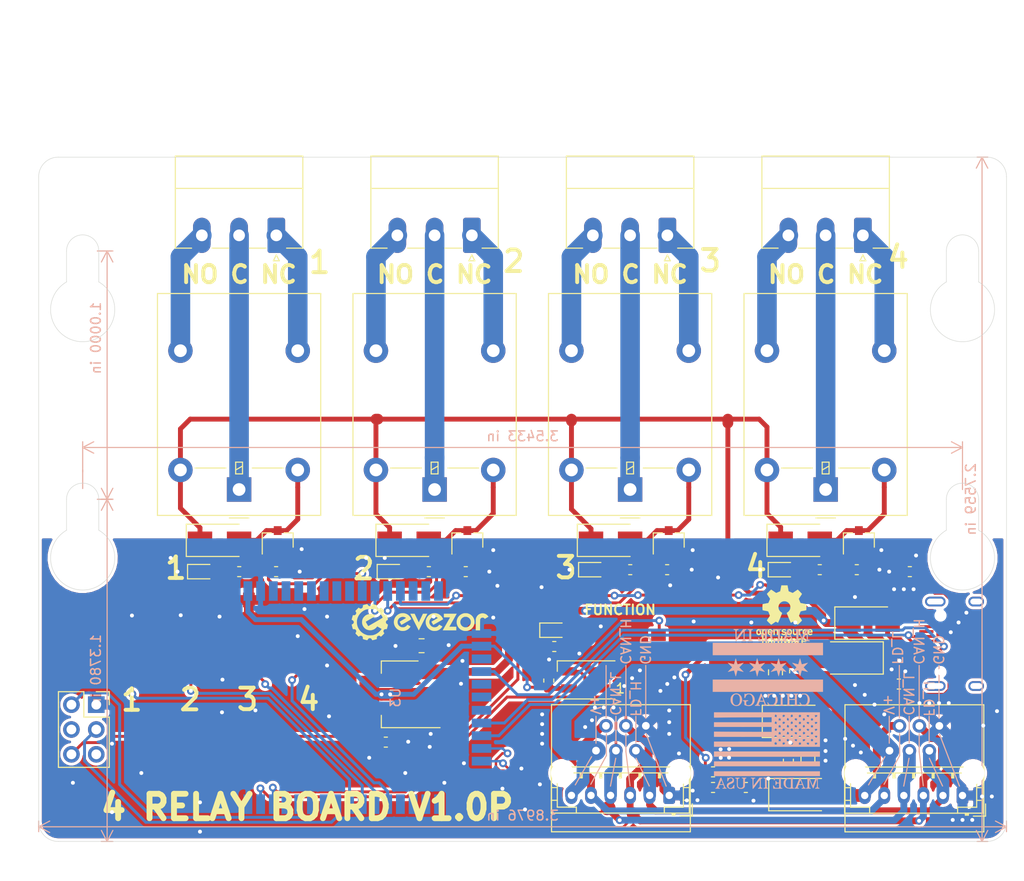
<source format=kicad_pcb>
(kicad_pcb (version 20171130) (host pcbnew "(5.1.5)-3")
  (layers (0 F.Cu signal) (31 B.Cu signal) (34 B.Paste user) (35 F.Paste user) (36 B.SilkS user) (37 F.SilkS user) (38 B.Mask user) (39 F.Mask user) (44 Edge.Cuts user))
  (net 0 "")
  (net 1 "Net-(C1-Pad2)")
  (net 2 "Net-(C1-Pad1)")
  (net 3 "Net-(C2-Pad2)")
  (net 4 GND)
  (net 5 /CAN_H)
  (net 6 /CAN_L)
  (net 7 +3V3)
  (net 8 /FD_H)
  (net 9 /FD_L)
  (net 10 "Net-(D3-Pad1)")
  (net 11 /RESET)
  (net 12 "Net-(U3-Pad19)")
  (net 13 "Net-(U3-Pad21)")
  (net 14 "Net-(U3-Pad22)")
  (net 15 "Net-(U3-Pad23)")
  (net 16 "Net-(U3-Pad16)")
  (net 17 "Net-(U3-Pad28)")
  (net 18 "Net-(U3-Pad15)")
  (net 19 "Net-(U3-Pad14)")
  (net 20 "Net-(U3-Pad9)")
  (net 21 "Net-(U3-Pad8)")
  (net 22 "Net-(U3-Pad7)")
  (net 23 "Net-(U3-Pad6)")
  (net 24 "Net-(U3-Pad5)")
  (net 25 "Net-(U3-Pad29)")
  (net 26 "Net-(U3-Pad30)")
  (net 27 "Net-(U3-Pad31)")
  (net 28 "Net-(U3-Pad37)")
  (net 29 /NEO_STATUS)
  (net 30 "Net-(U3-Pad3)")
  (net 31 "Net-(U3-Pad4)")
  (net 32 "Net-(J1-PadA8)")
  (net 33 "Net-(J1-PadB8)")
  (net 34 "Net-(C3-Pad1)")
  (net 35 /BOOT)
  (net 36 /D+)
  (net 37 /CC2)
  (net 38 /D-)
  (net 39 /CC1)
  (net 40 /VREG_OUT)
  (net 41 /USB_VCC)
  (net 42 /FUNCTION_BUTTON)
  (net 43 /HBT_LED)
  (net 44 "Net-(D6-Pad1)")
  (net 45 VBUS)
  (net 46 "Net-(D7-Pad2)")
  (net 47 "Net-(D8-Pad2)")
  (net 48 "Net-(D9-Pad2)")
  (net 49 "Net-(D10-Pad2)")
  (net 50 "Net-(D11-Pad2)")
  (net 51 "Net-(D12-Pad2)")
  (net 52 "Net-(D13-Pad2)")
  (net 53 "Net-(D14-Pad2)")
  (net 54 "Net-(J7-Pad3)")
  (net 55 "Net-(J7-Pad2)")
  (net 56 "Net-(J7-Pad1)")
  (net 57 "Net-(J8-Pad1)")
  (net 58 "Net-(J8-Pad2)")
  (net 59 "Net-(J8-Pad3)")
  (net 60 "Net-(J9-Pad1)")
  (net 61 "Net-(J9-Pad2)")
  (net 62 "Net-(J9-Pad3)")
  (net 63 "Net-(J10-Pad3)")
  (net 64 "Net-(J10-Pad2)")
  (net 65 "Net-(J10-Pad1)")
  (net 66 "Net-(C2-Pad1)")
  (net 67 /RELAY_1)
  (net 68 /RELAY_2)
  (net 69 /RELAY_3)
  (net 70 /RELAY_4)
  (net 71 "Net-(J6-Pad4)")
  (net 72 /BUTTON_A)
  (net 73 /BUTTON_B)
  (net 74 /BUTTON_C)
  (net 75 /BUTTON_D)
  (net 76 "Net-(U3-Pad40)")
  (net 77 "Net-(U3-Pad39)")
  (net 78 "Net-(J6-Pad5)")
  (module Connector_PinSocket_2.54mm:PinSocket_2x03_P2.54mm_Vertical (layer F.Cu) (at 56.39 137.01)
    (fp_text reference J6)
    (fp_text value Conn_02x03_Odd_Even)
    (pad 6 thru_hole oval (at -2.54 5.08) (size 1.7 1.7) (drill 1) (layers *.Cu *.Mask) (net 7 +3V3))
    (pad 5 thru_hole oval (at 0 5.08) (size 1.7 1.7) (drill 1) (layers *.Cu *.Mask) (net 78 "Net-(J6-Pad5)"))
    (pad 4 thru_hole oval (at -2.54 2.54) (size 1.7 1.7) (drill 1) (layers *.Cu *.Mask) (net 71 "Net-(J6-Pad4)"))
    (pad 3 thru_hole oval (at 0 2.54) (size 1.7 1.7) (drill 1) (layers *.Cu *.Mask) (net 35 /BOOT))
    (pad 2 thru_hole oval (at -2.54 0) (size 1.7 1.7) (drill 1) (layers *.Cu *.Mask) (net 11 /RESET))
    (pad 1 thru_hole rect (at 0 0) (size 1.7 1.7) (drill 1) (layers *.Cu *.Mask) (net 4 GND))
  )
  (module EvezorLIB:EDGE_STAMP (layer B.Cu) (at 95.4 136.285 270)
    (fp_text reference U3 (at 0 8.4 90) (layer B.SilkS) (effects (justify mirror)))
    (fp_text value EDGE_STM32F405_CPU_V1)
    (pad 43 smd rect (at 10.9 23.5 180) (size 0.9 2) (layers B.Cu B.Paste B.Mask) (net 4 GND))
    (pad 42 smd rect (at 10.9 22.2 180) (size 0.9 2) (layers B.Cu B.Paste B.Mask) (net 29 /NEO_STATUS))
    (pad 41 smd rect (at 10.9 20.9 180) (size 0.9 2) (layers B.Cu B.Paste B.Mask) (net 43 /HBT_LED))
    (pad 40 smd rect (at 10.9 19.6 180) (size 0.9 2) (layers B.Cu B.Paste B.Mask) (net 76 "Net-(U3-Pad40)"))
    (pad 39 smd rect (at 10.9 18.3 180) (size 0.9 2) (layers B.Cu B.Paste B.Mask) (net 77 "Net-(U3-Pad39)"))
    (pad 38 smd rect (at 10.9 17 180) (size 0.9 2) (layers B.Cu B.Paste B.Mask) (net 11 /RESET))
    (pad 37 smd rect (at 10.9 15.7 180) (size 0.9 2) (layers B.Cu B.Paste B.Mask) (net 28 "Net-(U3-Pad37)"))
    (pad 36 smd rect (at 10.9 14.4 180) (size 0.9 2) (layers B.Cu B.Paste B.Mask) (net 35 /BOOT))
    (pad 35 smd rect (at 10.9 13.1 180) (size 0.9 2) (layers B.Cu B.Paste B.Mask) (net 72 /BUTTON_A))
    (pad 34 smd rect (at 10.9 11.8 180) (size 0.9 2) (layers B.Cu B.Paste B.Mask) (net 73 /BUTTON_B))
    (pad 33 smd rect (at 10.9 10.5 180) (size 0.9 2) (layers B.Cu B.Paste B.Mask) (net 74 /BUTTON_C))
    (pad 32 smd rect (at 10.9 9.2 180) (size 0.9 2) (layers B.Cu B.Paste B.Mask) (net 75 /BUTTON_D))
    (pad 31 smd rect (at 10.9 7.9 180) (size 0.9 2) (layers B.Cu B.Paste B.Mask) (net 27 "Net-(U3-Pad31)"))
    (pad 30 smd rect (at 10.9 6.6 180) (size 0.9 2) (layers B.Cu B.Paste B.Mask) (net 26 "Net-(U3-Pad30)"))
    (pad 29 smd rect (at 10.9 5.3 180) (size 0.9 2) (layers B.Cu B.Paste B.Mask) (net 25 "Net-(U3-Pad29)"))
    (pad 1 smd rect (at -10.9 23.5 180) (size 0.9 2) (layers B.Cu B.Paste B.Mask) (net 7 +3V3))
    (pad 2 smd rect (at -10.9 22.2 180) (size 0.9 2) (layers B.Cu B.Paste B.Mask) (net 4 GND))
    (pad 3 smd rect (at -10.9 20.9 180) (size 0.9 2) (layers B.Cu B.Paste B.Mask) (net 30 "Net-(U3-Pad3)"))
    (pad 4 smd rect (at -10.9 19.6 180) (size 0.9 2) (layers B.Cu B.Paste B.Mask) (net 31 "Net-(U3-Pad4)"))
    (pad 5 smd rect (at -10.9 18.3 180) (size 0.9 2) (layers B.Cu B.Paste B.Mask) (net 24 "Net-(U3-Pad5)"))
    (pad 6 smd rect (at -10.9 17 180) (size 0.9 2) (layers B.Cu B.Paste B.Mask) (net 23 "Net-(U3-Pad6)"))
    (pad 7 smd rect (at -10.9 15.7 180) (size 0.9 2) (layers B.Cu B.Paste B.Mask) (net 22 "Net-(U3-Pad7)"))
    (pad 8 smd rect (at -10.9 14.4 180) (size 0.9 2) (layers B.Cu B.Paste B.Mask) (net 21 "Net-(U3-Pad8)"))
    (pad 9 smd rect (at -10.9 13.1 180) (size 0.9 2) (layers B.Cu B.Paste B.Mask) (net 20 "Net-(U3-Pad9)"))
    (pad 10 smd rect (at -10.9 11.8 180) (size 0.9 2) (layers B.Cu B.Paste B.Mask) (net 67 /RELAY_1))
    (pad 11 smd rect (at -10.9 10.5 180) (size 0.9 2) (layers B.Cu B.Paste B.Mask) (net 68 /RELAY_2))
    (pad 12 smd rect (at -10.9 9.2 180) (size 0.9 2) (layers B.Cu B.Paste B.Mask) (net 69 /RELAY_3))
    (pad 13 smd rect (at -10.9 7.9 180) (size 0.9 2) (layers B.Cu B.Paste B.Mask) (net 70 /RELAY_4))
    (pad 14 smd rect (at -10.9 6.6 180) (size 0.9 2) (layers B.Cu B.Paste B.Mask) (net 19 "Net-(U3-Pad14)"))
    (pad 15 smd rect (at -10.9 5.3 180) (size 0.9 2) (layers B.Cu B.Paste B.Mask) (net 18 "Net-(U3-Pad15)"))
    (pad 28 smd rect (at 10.9 4 180) (size 0.9 2) (layers B.Cu B.Paste B.Mask) (net 17 "Net-(U3-Pad28)"))
    (pad 16 smd rect (at -10.9 4 180) (size 0.9 2) (layers B.Cu B.Paste B.Mask) (net 16 "Net-(U3-Pad16)"))
    (pad 27 smd rect (at 6.5 -0.4 90) (size 0.9 2) (layers B.Cu B.Paste B.Mask) (net 6 /CAN_L))
    (pad 26 smd rect (at 5.2 -0.4 90) (size 0.9 2) (layers B.Cu B.Paste B.Mask) (net 5 /CAN_H))
    (pad 25 smd rect (at 3.9 -0.4 90) (size 0.9 2) (layers B.Cu B.Paste B.Mask) (net 36 /D+))
    (pad 24 smd rect (at 2.6 -0.4 90) (size 0.9 2) (layers B.Cu B.Paste B.Mask) (net 38 /D-))
    (pad 23 smd rect (at 1.3 -0.4 90) (size 0.9 2) (layers B.Cu B.Paste B.Mask) (net 15 "Net-(U3-Pad23)"))
    (pad 22 smd rect (at -0.06 -0.4 90) (size 0.9 2) (layers B.Cu B.Paste B.Mask) (net 14 "Net-(U3-Pad22)"))
    (pad 21 smd rect (at -1.36 -0.4 90) (size 0.9 2) (layers B.Cu B.Paste B.Mask) (net 13 "Net-(U3-Pad21)"))
    (pad 20 smd rect (at -2.66 -0.4 90) (size 0.9 2) (layers B.Cu B.Paste B.Mask) (net 42 /FUNCTION_BUTTON))
    (pad 19 smd rect (at -3.96 -0.4 90) (size 0.9 2) (layers B.Cu B.Paste B.Mask) (net 12 "Net-(U3-Pad19)"))
    (pad 18 smd rect (at -5.26 -0.4 90) (size 0.9 2) (layers B.Cu B.Paste B.Mask) (net 7 +3V3))
    (pad 17 smd rect (at -6.56 -0.4 90) (size 0.9 2) (layers B.Cu B.Paste B.Mask) (net 4 GND))
  )
  (module EvezorLIB:SWITCH_2x3_SMD_TACTILE_GREEN (layer F.Cu) (at 78 130.15 90)
    (fp_text reference SW5)
    (fp_text value SW_Push)
    (pad 2 smd rect (at 3.85 0 90) (size 1.5 1.2) (layers F.Cu F.Paste F.Mask) (net 4 GND))
    (pad 1 smd rect (at -3.85 0 90) (size 1.5 1.2) (layers F.Cu F.Paste F.Mask) (net 75 /BUTTON_D))
  )
  (module EvezorLIB:SWITCH_2x3_SMD_TACTILE_GREEN (layer F.Cu) (at 72 130.15 90)
    (fp_text reference SW4)
    (fp_text value SW_Push)
    (pad 2 smd rect (at 3.85 0 90) (size 1.5 1.2) (layers F.Cu F.Paste F.Mask) (net 4 GND))
    (pad 1 smd rect (at -3.85 0 90) (size 1.5 1.2) (layers F.Cu F.Paste F.Mask) (net 74 /BUTTON_C))
  )
  (module EvezorLIB:SWITCH_2x3_SMD_TACTILE_GREEN (layer F.Cu) (at 66 130.15 90)
    (fp_text reference SW3)
    (fp_text value SW_Push)
    (pad 2 smd rect (at 3.85 0 90) (size 1.5 1.2) (layers F.Cu F.Paste F.Mask) (net 4 GND))
    (pad 1 smd rect (at -3.85 0 90) (size 1.5 1.2) (layers F.Cu F.Paste F.Mask) (net 73 /BUTTON_B))
  )
  (module EvezorLIB:SWITCH_2x3_SMD_TACTILE_GREEN (layer F.Cu) (at 60 130.15 90)
    (fp_text reference SW2)
    (fp_text value SW_Push)
    (pad 2 smd rect (at 3.85 0 90) (size 1.5 1.2) (layers F.Cu F.Paste F.Mask) (net 4 GND))
    (pad 1 smd rect (at -3.85 0 90) (size 1.5 1.2) (layers F.Cu F.Paste F.Mask) (net 72 /BUTTON_A))
  )
  (module Symbol:OSHW-Logo_5.7x6mm_SilkScreen (layer F.Cu) (at 126.78 127.82)
    (fp_text reference REF** hide)
    (fp_text value OSHW-Logo_5.7x6mm_SilkScreen hide)
  )
  (module Evezor_extras:MADE_IN_CHICAGO (layer B.Cu) (at 125.1 133.2 180)
    (fp_text reference G*** hide)
    (fp_text value LOGO hide)
  )
  (module "Evezor_extras:MADE IN USA" (layer B.Cu) (at 125 141.7 180)
    (fp_text reference G*** hide)
    (fp_text value LOGO hide)
  )
  (module EvezorLIB:LOGO_37 (layer F.Cu) (at 84.37 128.56)
    (fp_text reference G*** hide)
    (fp_text value LOGO hide)
  )
  (module EvezorLIB:evezor_18 (layer F.Cu) (at 91.67 128.56)
    (fp_text reference G*** hide)
    (fp_text value LOGO hide)
  )
  (module LED_SMD:LED_SK6812MINI_PLCC4_3.5x3.5mm_P1.75mm (layer F.Cu) (at 106.5 134.475 180)
    (fp_text reference D6)
    (fp_text value SK6812MINI)
    (fp_text user 1 (at -3.5 -0.875) (layer F.SilkS))
    (pad 1 smd rect (at -1.75 -0.875 180) (size 1.6 0.85) (layers F.Cu F.Paste F.Mask) (net 44 "Net-(D6-Pad1)"))
    (pad 2 smd rect (at -1.75 0.875 180) (size 1.6 0.85) (layers F.Cu F.Paste F.Mask) (net 4 GND))
    (pad 4 smd rect (at 1.75 -0.875 180) (size 1.6 0.85) (layers F.Cu F.Paste F.Mask) (net 7 +3V3))
    (pad 3 smd rect (at 1.75 0.875 180) (size 1.6 0.85) (layers F.Cu F.Paste F.Mask) (net 29 /NEO_STATUS))
  )
  (module EvezorLIB:USB_C_Receptacle_HRO_TYPE-C-31-M-12 (layer F.Cu) (at 145.35 130.78 90)
    (fp_text reference J1)
    (fp_text value USB_C_Receptacle_USB2.0)
    (pad B1 smd rect (at 3.25 -4.045 90) (size 0.6 1.45) (layers F.Cu F.Paste F.Mask) (net 4 GND))
    (pad A9 smd rect (at 2.45 -4.045 90) (size 0.6 1.45) (layers F.Cu F.Paste F.Mask) (net 41 /USB_VCC))
    (pad B9 smd rect (at -2.45 -4.045 90) (size 0.6 1.45) (layers F.Cu F.Paste F.Mask) (net 41 /USB_VCC))
    (pad B12 smd rect (at -3.25 -4.045 90) (size 0.6 1.45) (layers F.Cu F.Paste F.Mask) (net 4 GND))
    (pad A1 smd rect (at -3.25 -4.045 90) (size 0.6 1.45) (layers F.Cu F.Paste F.Mask) (net 4 GND))
    (pad A4 smd rect (at -2.45 -4.045 90) (size 0.6 1.45) (layers F.Cu F.Paste F.Mask) (net 41 /USB_VCC))
    (pad B4 smd rect (at 2.45 -4.045 90) (size 0.6 1.45) (layers F.Cu F.Paste F.Mask) (net 41 /USB_VCC))
    (pad A12 smd rect (at 3.25 -4.045 90) (size 0.6 1.45) (layers F.Cu F.Paste F.Mask) (net 4 GND))
    (pad B8 smd rect (at -1.75 -4.045 90) (size 0.3 1.45) (layers F.Cu F.Paste F.Mask) (net 33 "Net-(J1-PadB8)"))
    (pad A5 smd rect (at -1.25 -4.045 90) (size 0.3 1.45) (layers F.Cu F.Paste F.Mask) (net 39 /CC1))
    (pad B7 smd rect (at -0.75 -4.045 90) (size 0.3 1.45) (layers F.Cu F.Paste F.Mask) (net 38 /D-))
    (pad A7 smd rect (at 0.25 -4.045 90) (size 0.3 1.45) (layers F.Cu F.Paste F.Mask) (net 38 /D-))
    (pad B6 smd rect (at 0.75 -4.045 90) (size 0.3 1.45) (layers F.Cu F.Paste F.Mask) (net 36 /D+))
    (pad A8 smd rect (at 1.25 -4.045 90) (size 0.3 1.45) (layers F.Cu F.Paste F.Mask) (net 32 "Net-(J1-PadA8)"))
    (pad B5 smd rect (at 1.75 -4.045 90) (size 0.3 1.45) (layers F.Cu F.Paste F.Mask) (net 37 /CC2))
    (pad A6 smd rect (at -0.25 -4.045 90) (size 0.3 1.45) (layers F.Cu F.Paste F.Mask) (net 36 /D+))
    (pad "" thru_hole oval (at 4.32 -3.13 90) (size 1 2.1) (drill oval 0.6 1.7) (layers *.Cu *.Mask))
    (pad "" thru_hole oval (at -4.32 -3.13 90) (size 1 2.1) (drill oval 0.6 1.7) (layers *.Cu *.Mask))
    (pad "" np_thru_hole circle (at -2.89 -2.6 90) (size 0.65 0.65) (drill 0.65) (layers *.Cu *.Mask))
    (pad "" thru_hole oval (at -4.32 1.05 90) (size 1 1.6) (drill oval 0.6 1.2) (layers *.Cu *.Mask))
    (pad "" np_thru_hole circle (at 2.89 -2.6 90) (size 0.65 0.65) (drill 0.65) (layers *.Cu *.Mask))
    (pad "" thru_hole oval (at 4.32 1.05 90) (size 1 1.6) (drill oval 0.6 1.2) (layers *.Cu *.Mask))
  )
  (module Capacitor_SMD:C_0603_1608Metric (layer F.Cu) (at 102.68 134.5425 270)
    (fp_text reference C9)
    (fp_text value C_Small)
    (pad 2 smd roundrect (at 0.7875 0 270) (size 0.875 0.95) (layers F.Cu F.Paste F.Mask) (net 7 +3V3))
    (pad 1 smd roundrect (at -0.7875 0 270) (size 0.875 0.95) (layers F.Cu F.Paste F.Mask) (net 4 GND))
  )
  (module Connector_JST:JST_PH_B6B-PH-K_1x06_P2.00mm_Vertical (layer F.Cu) (at 115 146.29 180)
    (fp_text reference J5)
    (fp_text value PH)
    (pad 6 thru_hole oval (at 10 0 180) (size 1.2 1.75) (drill 0.75) (layers *.Cu *.Mask) (net 45 VBUS))
    (pad 5 thru_hole oval (at 8 0 180) (size 1.2 1.75) (drill 0.75) (layers *.Cu *.Mask) (net 9 /FD_L))
    (pad 4 thru_hole oval (at 6 0 180) (size 1.2 1.75) (drill 0.75) (layers *.Cu *.Mask) (net 6 /CAN_L))
    (pad 3 thru_hole oval (at 4 0 180) (size 1.2 1.75) (drill 0.75) (layers *.Cu *.Mask) (net 5 /CAN_H))
    (pad 2 thru_hole oval (at 2 0 180) (size 1.2 1.75) (drill 0.75) (layers *.Cu *.Mask) (net 8 /FD_H))
    (pad 1 thru_hole roundrect (at 0 0 180) (size 1.2 1.75) (drill 0.75) (layers *.Cu *.Mask) (roundrect_rratio 0.208333) (net 4 GND))
  )
  (module Capacitor_SMD:C_0603_1608Metric (layer F.Cu) (at 127.83 133.5975 270)
    (fp_text reference C5)
    (fp_text value .1uF)
    (pad 2 smd roundrect (at 0.7875 0 270) (size 0.875 0.95) (layers F.Cu F.Paste F.Mask) (net 4 GND))
    (pad 1 smd roundrect (at -0.7875 0 270) (size 0.875 0.95) (layers F.Cu F.Paste F.Mask) (net 66 "Net-(C2-Pad1)"))
  )
  (module Capacitor_SMD:C_0805_2012Metric (layer F.Cu) (at 125.87 133.7 270)
    (fp_text reference C6)
    (fp_text value 22uF)
    (pad 2 smd roundrect (at 0.9375 0 270) (size 0.975 1.4) (layers F.Cu F.Paste F.Mask) (net 4 GND))
    (pad 1 smd roundrect (at -0.9375 0 270) (size 0.975 1.4) (layers F.Cu F.Paste F.Mask) (net 66 "Net-(C2-Pad1)"))
  )
  (module Capacitor_SMD:C_0603_1608Metric (layer F.Cu) (at 122.5625 139.71 180)
    (fp_text reference C1)
    (fp_text value .1uF)
    (pad 2 smd roundrect (at 0.7875 0 180) (size 0.875 0.95) (layers F.Cu F.Paste F.Mask) (net 1 "Net-(C1-Pad2)"))
    (pad 1 smd roundrect (at -0.7875 0 180) (size 0.875 0.95) (layers F.Cu F.Paste F.Mask) (net 2 "Net-(C1-Pad1)"))
  )
  (module Capacitor_SMD:C_0603_1608Metric (layer F.Cu) (at 119.4825 143.88)
    (fp_text reference C2)
    (fp_text value .1uF)
    (pad 2 smd roundrect (at 0.7875 0) (size 0.875 0.95) (layers F.Cu F.Paste F.Mask) (net 3 "Net-(C2-Pad2)"))
    (pad 1 smd roundrect (at -0.7875 0) (size 0.875 0.95) (layers F.Cu F.Paste F.Mask) (net 66 "Net-(C2-Pad1)"))
  )
  (module Capacitor_SMD:C_0805_2012Metric (layer F.Cu) (at 129.19 142.5975 90)
    (fp_text reference C4)
    (fp_text value 4.7uF)
    (pad 2 smd roundrect (at 0.9375 0 90) (size 0.975 1.4) (layers F.Cu F.Paste F.Mask) (net 4 GND))
    (pad 1 smd roundrect (at -0.9375 0 90) (size 0.975 1.4) (layers F.Cu F.Paste F.Mask) (net 34 "Net-(C3-Pad1)"))
  )
  (module EvezorLIB:RJ11_C189747_Horizontal (layer F.Cu) (at 140.079999 141.719999 180)
    (fp_text reference J2)
    (fp_text value RJ11)
    (pad "" np_thru_hole circle (at 6 -2.3) (size 2.3 2.3) (drill 2.3) (layers *.Cu *.Mask))
    (pad "" np_thru_hole circle (at -6 -2.3 180) (size 2.3 2.3) (drill 2.3) (layers *.Cu *.Mask))
    (pad 5 thru_hole circle (at 1.53 2.54 180) (size 1.39 1.39) (drill 0.79) (layers *.Cu *.Mask) (net 9 /FD_L))
    (pad 3 thru_hole circle (at -0.51 2.54 180) (size 1.39 1.39) (drill 0.79) (layers *.Cu *.Mask) (net 5 /CAN_H))
    (pad 1 thru_hole circle (at -2.55 2.54 180) (size 1.39 1.39) (drill 0.79) (layers *.Cu *.Mask) (net 4 GND))
    (pad 6 thru_hole circle (at 2.55 0 180) (size 1.39 1.39) (drill 0.79) (layers *.Cu *.Mask) (net 45 VBUS))
    (pad 4 thru_hole circle (at 0.51 0 180) (size 1.39 1.39) (drill 0.79) (layers *.Cu *.Mask) (net 6 /CAN_L))
    (pad 2 thru_hole circle (at -1.53 0 180) (size 1.39 1.39) (drill 0.79) (layers *.Cu *.Mask) (net 8 /FD_H))
  )
  (module EvezorLIB:RJ11_C189747_Horizontal (layer F.Cu) (at 110.059999 141.709999 180)
    (fp_text reference J3)
    (fp_text value RJ11)
    (pad "" np_thru_hole circle (at 6 -2.3) (size 2.3 2.3) (drill 2.3) (layers *.Cu *.Mask))
    (pad "" np_thru_hole circle (at -6 -2.3 180) (size 2.3 2.3) (drill 2.3) (layers *.Cu *.Mask))
    (pad 5 thru_hole circle (at 1.53 2.54 180) (size 1.39 1.39) (drill 0.79) (layers *.Cu *.Mask) (net 9 /FD_L))
    (pad 3 thru_hole circle (at -0.51 2.54 180) (size 1.39 1.39) (drill 0.79) (layers *.Cu *.Mask) (net 5 /CAN_H))
    (pad 1 thru_hole circle (at -2.55 2.54 180) (size 1.39 1.39) (drill 0.79) (layers *.Cu *.Mask) (net 4 GND))
    (pad 6 thru_hole circle (at 2.55 0 180) (size 1.39 1.39) (drill 0.79) (layers *.Cu *.Mask) (net 45 VBUS))
    (pad 4 thru_hole circle (at 0.51 0 180) (size 1.39 1.39) (drill 0.79) (layers *.Cu *.Mask) (net 6 /CAN_L))
    (pad 2 thru_hole circle (at -1.53 0 180) (size 1.39 1.39) (drill 0.79) (layers *.Cu *.Mask) (net 8 /FD_H))
  )
  (module Connector_JST:JST_PH_B6B-PH-K_1x06_P2.00mm_Vertical (layer F.Cu) (at 145 146.3 180)
    (fp_text reference J4)
    (fp_text value PH)
    (pad 6 thru_hole oval (at 10 0 180) (size 1.2 1.75) (drill 0.75) (layers *.Cu *.Mask) (net 45 VBUS))
    (pad 5 thru_hole oval (at 8 0 180) (size 1.2 1.75) (drill 0.75) (layers *.Cu *.Mask) (net 9 /FD_L))
    (pad 4 thru_hole oval (at 6 0 180) (size 1.2 1.75) (drill 0.75) (layers *.Cu *.Mask) (net 6 /CAN_L))
    (pad 3 thru_hole oval (at 4 0 180) (size 1.2 1.75) (drill 0.75) (layers *.Cu *.Mask) (net 5 /CAN_H))
    (pad 2 thru_hole oval (at 2 0 180) (size 1.2 1.75) (drill 0.75) (layers *.Cu *.Mask) (net 8 /FD_H))
    (pad 1 thru_hole roundrect (at 0 0 180) (size 1.2 1.75) (drill 0.75) (layers *.Cu *.Mask) (roundrect_rratio 0.208333) (net 4 GND))
  )
  (module Resistor_SMD:R_0603_1608Metric (layer F.Cu) (at 122.8375 145.48 180)
    (fp_text reference R1)
    (fp_text value 15k)
    (pad 2 smd roundrect (at 0.7875 0 180) (size 0.875 0.95) (layers F.Cu F.Paste F.Mask) (net 3 "Net-(C2-Pad2)"))
    (pad 1 smd roundrect (at -0.7875 0 180) (size 0.875 0.95) (layers F.Cu F.Paste F.Mask) (net 4 GND))
  )
  (module Resistor_SMD:R_0603_1608Metric (layer F.Cu) (at 119.4825 145.48)
    (fp_text reference R2)
    (fp_text value 82k)
    (pad 2 smd roundrect (at 0.7875 0) (size 0.875 0.95) (layers F.Cu F.Paste F.Mask) (net 3 "Net-(C2-Pad2)"))
    (pad 1 smd roundrect (at -0.7875 0) (size 0.875 0.95) (layers F.Cu F.Paste F.Mask) (net 66 "Net-(C2-Pad1)"))
  )
  (module Package_TO_SOT_SMD:SOT-23-6 (layer F.Cu) (at 123.65 142.46)
    (fp_text reference U1)
    (fp_text value SY8401ABC)
    (pad 5 smd rect (at 1.1 0) (size 1.06 0.65) (layers F.Cu F.Paste F.Mask) (net 34 "Net-(C3-Pad1)"))
    (pad 6 smd rect (at 1.1 -0.95) (size 1.06 0.65) (layers F.Cu F.Paste F.Mask) (net 2 "Net-(C1-Pad1)"))
    (pad 4 smd rect (at 1.1 0.95) (size 1.06 0.65) (layers F.Cu F.Paste F.Mask) (net 34 "Net-(C3-Pad1)"))
    (pad 3 smd rect (at -1.1 0.95) (size 1.06 0.65) (layers F.Cu F.Paste F.Mask) (net 3 "Net-(C2-Pad2)"))
    (pad 2 smd rect (at -1.1 0) (size 1.06 0.65) (layers F.Cu F.Paste F.Mask) (net 4 GND))
    (pad 1 smd rect (at -1.1 -0.95) (size 1.06 0.65) (layers F.Cu F.Paste F.Mask) (net 1 "Net-(C1-Pad2)"))
  )
  (module Capacitor_SMD:C_0603_1608Metric (layer F.Cu) (at 127.19 142.7475 90)
    (fp_text reference C3)
    (fp_text value .1uF)
    (pad 2 smd roundrect (at 0.7875 0 90) (size 0.875 0.95) (layers F.Cu F.Paste F.Mask) (net 4 GND))
    (pad 1 smd roundrect (at -0.7875 0 90) (size 0.875 0.95) (layers F.Cu F.Paste F.Mask) (net 34 "Net-(C3-Pad1)"))
  )
  (module Diode_SMD:D_SMA (layer F.Cu) (at 127.92 138.72)
    (fp_text reference D1)
    (fp_text value SX35_SCHOTTKY)
    (pad 2 smd rect (at 2 0) (size 2.5 1.8) (layers F.Cu F.Paste F.Mask) (net 4 GND))
    (pad 1 smd rect (at -2 0) (size 2.5 1.8) (layers F.Cu F.Paste F.Mask) (net 2 "Net-(C1-Pad1)"))
  )
  (module LED_SMD:LED_0603_1608Metric (layer F.Cu) (at 103.2425 129.39)
    (fp_text reference D3)
    (fp_text value LED)
    (pad 2 smd roundrect (at 0.7875 0) (size 0.875 0.95) (layers F.Cu F.Paste F.Mask) (net 43 /HBT_LED))
    (pad 1 smd roundrect (at -0.7875 0) (size 0.875 0.95) (layers F.Cu F.Paste F.Mask) (net 10 "Net-(D3-Pad1)"))
  )
  (module EvezorLIB:INDUCTOR_7.5X6.6_GCDA0630-220MC (layer F.Cu) (at 120.84 134.845 90)
    (fp_text reference L1)
    (fp_text value 22uH)
    (pad 2 smd rect (at 2.695 0 90) (size 1.98 3.43) (layers F.Cu F.Paste F.Mask) (net 66 "Net-(C2-Pad1)"))
    (pad 1 smd rect (at -2.695 0 90) (size 1.98 3.43) (layers F.Cu F.Paste F.Mask) (net 2 "Net-(C1-Pad1)"))
  )
  (module Resistor_SMD:R_0603_1608Metric (layer F.Cu) (at 103.2425 131.06 180)
    (fp_text reference R5)
    (fp_text value 15k)
    (pad 2 smd roundrect (at 0.7875 0 180) (size 0.875 0.95) (layers F.Cu F.Paste F.Mask) (net 10 "Net-(D3-Pad1)"))
    (pad 1 smd roundrect (at -0.7875 0 180) (size 0.875 0.95) (layers F.Cu F.Paste F.Mask) (net 4 GND))
  )
  (module Package_TO_SOT_SMD:SOT-223-3_TabPin2 (layer F.Cu) (at 87.46 135.95 180)
    (fp_text reference U2)
    (fp_text value AMS1117-3.3)
    (pad 1 smd rect (at -3.15 -2.3 180) (size 2 1.5) (layers F.Cu F.Paste F.Mask) (net 4 GND))
    (pad 3 smd rect (at -3.15 2.3 180) (size 2 1.5) (layers F.Cu F.Paste F.Mask) (net 40 /VREG_OUT))
    (pad 2 smd rect (at -3.15 0 180) (size 2 1.5) (layers F.Cu F.Paste F.Mask) (net 7 +3V3))
    (pad 2 smd rect (at 3.15 0 180) (size 2 3.8) (layers F.Cu F.Paste F.Mask) (net 7 +3V3))
  )
  (module Diode_SMD:D_SMA (layer F.Cu) (at 128.58 146.21)
    (fp_text reference D2)
    (fp_text value SX35_SCHOTTKY)
    (pad 1 smd rect (at -2 0) (size 2.5 1.8) (layers F.Cu F.Paste F.Mask) (net 34 "Net-(C3-Pad1)"))
    (pad 2 smd rect (at 2 0) (size 2.5 1.8) (layers F.Cu F.Paste F.Mask) (net 45 VBUS))
  )
  (module Resistor_SMD:R_0603_1608Metric (layer F.Cu) (at 139.6125 123.4 180)
    (fp_text reference R3)
    (fp_text value 5.1k)
    (pad 2 smd roundrect (at 0.7875 0 180) (size 0.875 0.95) (layers F.Cu F.Paste F.Mask) (net 4 GND))
    (pad 1 smd roundrect (at -0.7875 0 180) (size 0.875 0.95) (layers F.Cu F.Paste F.Mask) (net 37 /CC2))
  )
  (module Resistor_SMD:R_0603_1608Metric (layer F.Cu) (at 138.4875 134.9 180)
    (fp_text reference R4)
    (fp_text value 5.1k)
    (pad 1 smd roundrect (at -0.7875 0 180) (size 0.875 0.95) (layers F.Cu F.Paste F.Mask) (net 39 /CC1))
    (pad 2 smd roundrect (at 0.7875 0 180) (size 0.875 0.95) (layers F.Cu F.Paste F.Mask) (net 4 GND))
  )
  (module Diode_SMD:D_SMA (layer F.Cu) (at 135.34 128.66)
    (fp_text reference D4)
    (fp_text value SX35_SCHOTTKY)
    (pad 2 smd rect (at 2 0) (size 2.5 1.8) (layers F.Cu F.Paste F.Mask) (net 41 /USB_VCC))
    (pad 1 smd rect (at -2 0) (size 2.5 1.8) (layers F.Cu F.Paste F.Mask) (net 40 /VREG_OUT))
  )
  (module Diode_SMD:D_SMA (layer F.Cu) (at 133.5 132.23 180)
    (fp_text reference D5)
    (fp_text value SX35_SCHOTTKY)
    (pad 1 smd rect (at -2 0 180) (size 2.5 1.8) (layers F.Cu F.Paste F.Mask) (net 40 /VREG_OUT))
    (pad 2 smd rect (at 2 0 180) (size 2.5 1.8) (layers F.Cu F.Paste F.Mask) (net 66 "Net-(C2-Pad1)"))
  )
  (module EvezorLIB:SWITCH_2x3_SMD_TACTILE_GREEN (layer F.Cu) (at 110.05 129.9 180)
    (fp_text reference SW1)
    (fp_text value SW_Push)
    (pad 1 smd rect (at -3.85 0 180) (size 1.5 1.2) (layers F.Cu F.Paste F.Mask) (net 42 /FUNCTION_BUTTON))
    (pad 2 smd rect (at 3.85 0 180) (size 1.5 1.2) (layers F.Cu F.Paste F.Mask) (net 4 GND))
  )
  (module Capacitor_SMD:C_0805_2012Metric (layer F.Cu) (at 89.6675 130.98 180)
    (fp_text reference C8)
    (fp_text value 10uF)
    (pad 1 smd roundrect (at -0.9375 0 180) (size 0.975 1.4) (layers F.Cu F.Paste F.Mask) (net 40 /VREG_OUT))
    (pad 2 smd roundrect (at 0.9375 0 180) (size 0.975 1.4) (layers F.Cu F.Paste F.Mask) (net 4 GND))
  )
  (module Capacitor_SMD:C_0603_1608Metric (layer F.Cu) (at 86.01 140.84)
    (fp_text reference C10)
    (fp_text value .1uF)
    (pad 1 smd roundrect (at -0.7875 0) (size 0.875 0.95) (layers F.Cu F.Paste F.Mask) (net 7 +3V3))
    (pad 2 smd roundrect (at 0.7875 0) (size 0.875 0.95) (layers F.Cu F.Paste F.Mask) (net 4 GND))
  )
  (module LED_SMD:LED_0603_1608Metric (layer F.Cu) (at 126.6125 123.2)
    (fp_text reference D7)
    (fp_text value LED)
    (pad 1 smd roundrect (at -0.7875 0) (size 0.875 0.95) (layers F.Cu F.Paste F.Mask) (net 4 GND))
    (pad 2 smd roundrect (at 0.7875 0) (size 0.875 0.95) (layers F.Cu F.Paste F.Mask) (net 46 "Net-(D7-Pad2)"))
  )
  (module LED_SMD:LED_0603_1608Metric (layer F.Cu) (at 107.2125 123.2)
    (fp_text reference D8)
    (fp_text value LED)
    (pad 2 smd roundrect (at 0.7875 0) (size 0.875 0.95) (layers F.Cu F.Paste F.Mask) (net 47 "Net-(D8-Pad2)"))
    (pad 1 smd roundrect (at -0.7875 0) (size 0.875 0.95) (layers F.Cu F.Paste F.Mask) (net 4 GND))
  )
  (module LED_SMD:LED_0603_1608Metric (layer F.Cu) (at 86.6125 123.4)
    (fp_text reference D9)
    (fp_text value LED)
    (pad 2 smd roundrect (at 0.7875 0) (size 0.875 0.95) (layers F.Cu F.Paste F.Mask) (net 48 "Net-(D9-Pad2)"))
    (pad 1 smd roundrect (at -0.7875 0) (size 0.875 0.95) (layers F.Cu F.Paste F.Mask) (net 4 GND))
  )
  (module LED_SMD:LED_0603_1608Metric (layer F.Cu) (at 67.2125 123.4)
    (fp_text reference D10)
    (fp_text value LED)
    (pad 1 smd roundrect (at -0.7875 0) (size 0.875 0.95) (layers F.Cu F.Paste F.Mask) (net 4 GND))
    (pad 2 smd roundrect (at 0.7875 0) (size 0.875 0.95) (layers F.Cu F.Paste F.Mask) (net 49 "Net-(D10-Pad2)"))
  )
  (module Diode_SMD:D_SMA (layer F.Cu) (at 128.4 120.2)
    (fp_text reference D11)
    (fp_text value D)
    (pad 2 smd rect (at 2 0) (size 2.5 1.8) (layers F.Cu F.Paste F.Mask) (net 50 "Net-(D11-Pad2)"))
    (pad 1 smd rect (at -2 0) (size 2.5 1.8) (layers F.Cu F.Paste F.Mask) (net 40 /VREG_OUT))
  )
  (module Diode_SMD:D_SMA (layer F.Cu) (at 88.4 120.2)
    (fp_text reference D12)
    (fp_text value D)
    (pad 1 smd rect (at -2 0) (size 2.5 1.8) (layers F.Cu F.Paste F.Mask) (net 40 /VREG_OUT))
    (pad 2 smd rect (at 2 0) (size 2.5 1.8) (layers F.Cu F.Paste F.Mask) (net 51 "Net-(D12-Pad2)"))
  )
  (module Diode_SMD:D_SMA (layer F.Cu) (at 69 120.2)
    (fp_text reference D13)
    (fp_text value D)
    (pad 2 smd rect (at 2 0) (size 2.5 1.8) (layers F.Cu F.Paste F.Mask) (net 52 "Net-(D13-Pad2)"))
    (pad 1 smd rect (at -2 0) (size 2.5 1.8) (layers F.Cu F.Paste F.Mask) (net 40 /VREG_OUT))
  )
  (module Diode_SMD:D_SMA (layer F.Cu) (at 109 120.2)
    (fp_text reference D14)
    (fp_text value D)
    (pad 1 smd rect (at -2 0) (size 2.5 1.8) (layers F.Cu F.Paste F.Mask) (net 40 /VREG_OUT))
    (pad 2 smd rect (at 2 0) (size 2.5 1.8) (layers F.Cu F.Paste F.Mask) (net 53 "Net-(D14-Pad2)"))
  )
  (module Connector_Phoenix_MC:PhoenixContact_MC_1,5_3-G-3.81_1x03_P3.81mm_Horizontal (layer F.Cu) (at 134.81 89 180)
    (fp_text reference J7)
    (fp_text value Conn_01x03)
    (pad 3 thru_hole oval (at 7.62 0 180) (size 1.8 3.6) (drill 1.2) (layers *.Cu *.Mask) (net 54 "Net-(J7-Pad3)"))
    (pad 2 thru_hole oval (at 3.81 0 180) (size 1.8 3.6) (drill 1.2) (layers *.Cu *.Mask) (net 55 "Net-(J7-Pad2)"))
    (pad 1 thru_hole roundrect (at 0 0 180) (size 1.8 3.6) (drill 1.2) (layers *.Cu *.Mask) (roundrect_rratio 0.138889) (net 56 "Net-(J7-Pad1)"))
  )
  (module Connector_Phoenix_MC:PhoenixContact_MC_1,5_3-G-3.81_1x03_P3.81mm_Horizontal (layer F.Cu) (at 114.81 89 180)
    (fp_text reference J8)
    (fp_text value Conn_01x03)
    (pad 1 thru_hole roundrect (at 0 0 180) (size 1.8 3.6) (drill 1.2) (layers *.Cu *.Mask) (roundrect_rratio 0.138889) (net 57 "Net-(J8-Pad1)"))
    (pad 2 thru_hole oval (at 3.81 0 180) (size 1.8 3.6) (drill 1.2) (layers *.Cu *.Mask) (net 58 "Net-(J8-Pad2)"))
    (pad 3 thru_hole oval (at 7.62 0 180) (size 1.8 3.6) (drill 1.2) (layers *.Cu *.Mask) (net 59 "Net-(J8-Pad3)"))
  )
  (module Connector_Phoenix_MC:PhoenixContact_MC_1,5_3-G-3.81_1x03_P3.81mm_Horizontal (layer F.Cu) (at 94.81 89 180)
    (fp_text reference J9)
    (fp_text value Conn_01x03)
    (pad 1 thru_hole roundrect (at 0 0 180) (size 1.8 3.6) (drill 1.2) (layers *.Cu *.Mask) (roundrect_rratio 0.138889) (net 60 "Net-(J9-Pad1)"))
    (pad 2 thru_hole oval (at 3.81 0 180) (size 1.8 3.6) (drill 1.2) (layers *.Cu *.Mask) (net 61 "Net-(J9-Pad2)"))
    (pad 3 thru_hole oval (at 7.62 0 180) (size 1.8 3.6) (drill 1.2) (layers *.Cu *.Mask) (net 62 "Net-(J9-Pad3)"))
  )
  (module Connector_Phoenix_MC:PhoenixContact_MC_1,5_3-G-3.81_1x03_P3.81mm_Horizontal (layer F.Cu) (at 74.81 89 180)
    (fp_text reference J10)
    (fp_text value Conn_01x03)
    (pad 3 thru_hole oval (at 7.62 0 180) (size 1.8 3.6) (drill 1.2) (layers *.Cu *.Mask) (net 63 "Net-(J10-Pad3)"))
    (pad 2 thru_hole oval (at 3.81 0 180) (size 1.8 3.6) (drill 1.2) (layers *.Cu *.Mask) (net 64 "Net-(J10-Pad2)"))
    (pad 1 thru_hole roundrect (at 0 0 180) (size 1.8 3.6) (drill 1.2) (layers *.Cu *.Mask) (roundrect_rratio 0.138889) (net 65 "Net-(J10-Pad1)"))
  )
  (module Relay_THT:Relay_SPDT_Omron-G5LE-1 (layer F.Cu) (at 131 115 180)
    (fp_text reference K1)
    (fp_text value G5LE-1)
    (pad 1 thru_hole rect (at 0 0 180) (size 2.5 2.5) (drill 1.3) (layers *.Cu *.Mask) (net 55 "Net-(J7-Pad2)"))
    (pad 2 thru_hole oval (at -6 2 180) (size 2.5 2.5) (drill 1.3) (layers *.Cu *.Mask) (net 50 "Net-(D11-Pad2)"))
    (pad 3 thru_hole oval (at -6 14.2 180) (size 2.5 2.5) (drill 1.3) (layers *.Cu *.Mask) (net 56 "Net-(J7-Pad1)"))
    (pad 4 thru_hole oval (at 6 14.2 180) (size 2.5 2.5) (drill 1.3) (layers *.Cu *.Mask) (net 54 "Net-(J7-Pad3)"))
    (pad 5 thru_hole oval (at 6 2 180) (size 2.5 2.5) (drill 1.3) (layers *.Cu *.Mask) (net 40 /VREG_OUT))
  )
  (module Relay_THT:Relay_SPDT_Omron-G5LE-1 (layer F.Cu) (at 111 115 180)
    (fp_text reference K2)
    (fp_text value G5LE-1)
    (pad 5 thru_hole oval (at 6 2 180) (size 2.5 2.5) (drill 1.3) (layers *.Cu *.Mask) (net 40 /VREG_OUT))
    (pad 4 thru_hole oval (at 6 14.2 180) (size 2.5 2.5) (drill 1.3) (layers *.Cu *.Mask) (net 59 "Net-(J8-Pad3)"))
    (pad 3 thru_hole oval (at -6 14.2 180) (size 2.5 2.5) (drill 1.3) (layers *.Cu *.Mask) (net 57 "Net-(J8-Pad1)"))
    (pad 2 thru_hole oval (at -6 2 180) (size 2.5 2.5) (drill 1.3) (layers *.Cu *.Mask) (net 53 "Net-(D14-Pad2)"))
    (pad 1 thru_hole rect (at 0 0 180) (size 2.5 2.5) (drill 1.3) (layers *.Cu *.Mask) (net 58 "Net-(J8-Pad2)"))
  )
  (module Relay_THT:Relay_SPDT_Omron-G5LE-1 (layer F.Cu) (at 91 115 180)
    (fp_text reference K3)
    (fp_text value G5LE-1)
    (pad 5 thru_hole oval (at 6 2 180) (size 2.5 2.5) (drill 1.3) (layers *.Cu *.Mask) (net 40 /VREG_OUT))
    (pad 4 thru_hole oval (at 6 14.2 180) (size 2.5 2.5) (drill 1.3) (layers *.Cu *.Mask) (net 62 "Net-(J9-Pad3)"))
    (pad 3 thru_hole oval (at -6 14.2 180) (size 2.5 2.5) (drill 1.3) (layers *.Cu *.Mask) (net 60 "Net-(J9-Pad1)"))
    (pad 2 thru_hole oval (at -6 2 180) (size 2.5 2.5) (drill 1.3) (layers *.Cu *.Mask) (net 51 "Net-(D12-Pad2)"))
    (pad 1 thru_hole rect (at 0 0 180) (size 2.5 2.5) (drill 1.3) (layers *.Cu *.Mask) (net 61 "Net-(J9-Pad2)"))
  )
  (module Relay_THT:Relay_SPDT_Omron-G5LE-1 (layer F.Cu) (at 71 115 180)
    (fp_text reference K4)
    (fp_text value G5LE-1)
    (pad 1 thru_hole rect (at 0 0 180) (size 2.5 2.5) (drill 1.3) (layers *.Cu *.Mask) (net 64 "Net-(J10-Pad2)"))
    (pad 2 thru_hole oval (at -6 2 180) (size 2.5 2.5) (drill 1.3) (layers *.Cu *.Mask) (net 52 "Net-(D13-Pad2)"))
    (pad 3 thru_hole oval (at -6 14.2 180) (size 2.5 2.5) (drill 1.3) (layers *.Cu *.Mask) (net 65 "Net-(J10-Pad1)"))
    (pad 4 thru_hole oval (at 6 14.2 180) (size 2.5 2.5) (drill 1.3) (layers *.Cu *.Mask) (net 63 "Net-(J10-Pad3)"))
    (pad 5 thru_hole oval (at 6 2 180) (size 2.5 2.5) (drill 1.3) (layers *.Cu *.Mask) (net 40 /VREG_OUT))
  )
  (module Package_TO_SOT_SMD:SOT-23 (layer F.Cu) (at 134.4 120.2 90)
    (fp_text reference Q1)
    (fp_text value T2N7002BK,LM‎)
    (pad 3 smd rect (at 1 0 90) (size 0.9 0.8) (layers F.Cu F.Paste F.Mask) (net 50 "Net-(D11-Pad2)"))
    (pad 2 smd rect (at -1 0.95 90) (size 0.9 0.8) (layers F.Cu F.Paste F.Mask) (net 4 GND))
    (pad 1 smd rect (at -1 -0.95 90) (size 0.9 0.8) (layers F.Cu F.Paste F.Mask) (net 70 /RELAY_4))
  )
  (module Package_TO_SOT_SMD:SOT-23 (layer F.Cu) (at 114.95 120.2 90)
    (fp_text reference Q2)
    (fp_text value T2N7002BK,LM‎)
    (pad 1 smd rect (at -1 -0.95 90) (size 0.9 0.8) (layers F.Cu F.Paste F.Mask) (net 69 /RELAY_3))
    (pad 2 smd rect (at -1 0.95 90) (size 0.9 0.8) (layers F.Cu F.Paste F.Mask) (net 4 GND))
    (pad 3 smd rect (at 1 0 90) (size 0.9 0.8) (layers F.Cu F.Paste F.Mask) (net 53 "Net-(D14-Pad2)"))
  )
  (module Package_TO_SOT_SMD:SOT-23 (layer F.Cu) (at 94.35 120.2 90)
    (fp_text reference Q3)
    (fp_text value T2N7002BK,LM‎)
    (pad 1 smd rect (at -1 -0.95 90) (size 0.9 0.8) (layers F.Cu F.Paste F.Mask) (net 68 /RELAY_2))
    (pad 2 smd rect (at -1 0.95 90) (size 0.9 0.8) (layers F.Cu F.Paste F.Mask) (net 4 GND))
    (pad 3 smd rect (at 1 0 90) (size 0.9 0.8) (layers F.Cu F.Paste F.Mask) (net 51 "Net-(D12-Pad2)"))
  )
  (module Package_TO_SOT_SMD:SOT-23 (layer F.Cu) (at 74.95 120.2 90)
    (fp_text reference Q4)
    (fp_text value T2N7002BK,LM‎)
    (pad 3 smd rect (at 1 0 90) (size 0.9 0.8) (layers F.Cu F.Paste F.Mask) (net 52 "Net-(D13-Pad2)"))
    (pad 2 smd rect (at -1 0.95 90) (size 0.9 0.8) (layers F.Cu F.Paste F.Mask) (net 4 GND))
    (pad 1 smd rect (at -1 -0.95 90) (size 0.9 0.8) (layers F.Cu F.Paste F.Mask) (net 67 /RELAY_1))
  )
  (module Resistor_SMD:R_0603_1608Metric (layer F.Cu) (at 130.4 123.2 180)
    (fp_text reference R8)
    (fp_text value 1k)
    (pad 1 smd roundrect (at -0.7875 0 180) (size 0.875 0.95) (layers F.Cu F.Paste F.Mask) (net 70 /RELAY_4))
    (pad 2 smd roundrect (at 0.7875 0 180) (size 0.875 0.95) (layers F.Cu F.Paste F.Mask) (net 46 "Net-(D7-Pad2)"))
  )
  (module Resistor_SMD:R_0603_1608Metric (layer F.Cu) (at 134.1875 123.2 180)
    (fp_text reference R9)
    (fp_text value 10k)
    (pad 2 smd roundrect (at 0.7875 0 180) (size 0.875 0.95) (layers F.Cu F.Paste F.Mask) (net 70 /RELAY_4))
    (pad 1 smd roundrect (at -0.7875 0 180) (size 0.875 0.95) (layers F.Cu F.Paste F.Mask) (net 4 GND))
  )
  (module Resistor_SMD:R_0603_1608Metric (layer F.Cu) (at 111.0125 123.2 180)
    (fp_text reference R10)
    (fp_text value 1k)
    (pad 1 smd roundrect (at -0.7875 0 180) (size 0.875 0.95) (layers F.Cu F.Paste F.Mask) (net 69 /RELAY_3))
    (pad 2 smd roundrect (at 0.7875 0 180) (size 0.875 0.95) (layers F.Cu F.Paste F.Mask) (net 47 "Net-(D8-Pad2)"))
  )
  (module Resistor_SMD:R_0603_1608Metric (layer F.Cu) (at 114.7875 123.2 180)
    (fp_text reference R11)
    (fp_text value 10k)
    (pad 2 smd roundrect (at 0.7875 0 180) (size 0.875 0.95) (layers F.Cu F.Paste F.Mask) (net 69 /RELAY_3))
    (pad 1 smd roundrect (at -0.7875 0 180) (size 0.875 0.95) (layers F.Cu F.Paste F.Mask) (net 4 GND))
  )
  (module Resistor_SMD:R_0603_1608Metric (layer F.Cu) (at 90.4125 123.4 180)
    (fp_text reference R12)
    (fp_text value 1k)
    (pad 1 smd roundrect (at -0.7875 0 180) (size 0.875 0.95) (layers F.Cu F.Paste F.Mask) (net 68 /RELAY_2))
    (pad 2 smd roundrect (at 0.7875 0 180) (size 0.875 0.95) (layers F.Cu F.Paste F.Mask) (net 48 "Net-(D9-Pad2)"))
  )
  (module Resistor_SMD:R_0603_1608Metric (layer F.Cu) (at 94.1875 123.4 180)
    (fp_text reference R13)
    (fp_text value 10k)
    (pad 2 smd roundrect (at 0.7875 0 180) (size 0.875 0.95) (layers F.Cu F.Paste F.Mask) (net 68 /RELAY_2))
    (pad 1 smd roundrect (at -0.7875 0 180) (size 0.875 0.95) (layers F.Cu F.Paste F.Mask) (net 4 GND))
  )
  (module Resistor_SMD:R_0603_1608Metric (layer F.Cu) (at 71.0125 123.4 180)
    (fp_text reference R14)
    (fp_text value 1k)
    (pad 2 smd roundrect (at 0.7875 0 180) (size 0.875 0.95) (layers F.Cu F.Paste F.Mask) (net 49 "Net-(D10-Pad2)"))
    (pad 1 smd roundrect (at -0.7875 0 180) (size 0.875 0.95) (layers F.Cu F.Paste F.Mask) (net 67 /RELAY_1))
  )
  (module Resistor_SMD:R_0603_1608Metric (layer F.Cu) (at 74.7875 123.4 180)
    (fp_text reference R15)
    (fp_text value 10k)
    (pad 1 smd roundrect (at -0.7875 0 180) (size 0.875 0.95) (layers F.Cu F.Paste F.Mask) (net 4 GND))
    (pad 2 smd roundrect (at 0.7875 0 180) (size 0.875 0.95) (layers F.Cu F.Paste F.Mask) (net 67 /RELAY_1))
  )
  (gr_text 4 (at 78.12 136.47) (layer F.SilkS) (effects (font (size 2.2 2.2) (thickness 0.4))))
  (gr_text 3 (at 71.86 136.47) (layer F.SilkS) (effects (font (size 2.2 2.2) (thickness 0.4))))
  (gr_text 2 (at 66 136.49) (layer F.SilkS) (effects (font (size 2.2 2.2) (thickness 0.4))))
  (gr_text 1 (at 60.02 136.54) (layer F.SilkS) (effects (font (size 2.2 2.2) (thickness 0.4))))
  (gr_text 1 (at 79.23 91.77) (layer F.SilkS) (effects (font (size 2.2 2.2) (thickness 0.4))))
  (gr_text "2\n" (at 99.1 91.65) (layer F.SilkS) (effects (font (size 2.2 2.2) (thickness 0.4))))
  (gr_text "3\n" (at 119.2 91.6) (layer F.SilkS) (effects (font (size 2.2 2.2) (thickness 0.4))))
  (gr_text "3\n" (at 104.44 122.99) (layer F.SilkS) (effects (font (size 2.2 2.2) (thickness 0.4))))
  (gr_text "4\n" (at 138.43 91.23) (layer F.SilkS) (effects (font (size 2.2 2.2) (thickness 0.4))))
  (gr_text "4\n" (at 123.89 122.89) (layer F.SilkS) (effects (font (size 2.2 2.2) (thickness 0.4))))
  (gr_text "2\n" (at 83.75 123.09) (layer F.SilkS) (effects (font (size 2.2 2.2) (thickness 0.4))))
  (gr_text 1 (at 64.53 123.05) (layer F.SilkS) (effects (font (size 2.2 2.2) (thickness 0.4))))
  (gr_line (start 55 114.9) (end 55 113) (layer B.SilkS) (width 0.12))
  (gr_text "NO C NC" (at 71 93) (layer F.SilkS) (effects (font (size 1.75 1.75) (thickness 0.4))))
  (gr_text "NO C NC" (at 91 93) (layer F.SilkS) (effects (font (size 1.75 1.75) (thickness 0.4))))
  (gr_text "NO C NC" (at 111 93) (layer F.SilkS) (effects (font (size 1.75 1.75) (thickness 0.4))))
  (gr_text "NO C NC" (at 131 93) (layer F.SilkS) (effects (font (size 1.75 1.75) (thickness 0.4))))
  (gr_arc (start 55 115.999999) (end 56.65 115.999999) (angle -180) (layer Edge.Cuts) (width 0.05))
  (gr_line (start 53.350001 119.163729) (end 53.350001 115.999999) (layer Edge.Cuts) (width 0.05))
  (gr_arc (start 55 121.999999) (end 53.35 119.163729) (angle -299.6226003) (layer Edge.Cuts) (width 0.05))
  (gr_line (start 56.65 119.163729) (end 56.65 115.999999) (layer Edge.Cuts) (width 0.05))
  (gr_arc (start 52.500001 149) (end 50.5 149) (angle -90) (layer Edge.Cuts) (width 0.05))
  (gr_line (start 50.500001 149) (end 50.500001 83) (layer Edge.Cuts) (width 0.05))
  (gr_arc (start 52.500001 83) (end 52.500001 81) (angle -90) (layer Edge.Cuts) (width 0.05))
  (gr_line (start 52.500001 81) (end 147.499999 81) (layer Edge.Cuts) (width 0.05))
  (gr_arc (start 147.499999 83) (end 149.499999 83) (angle -90) (layer Edge.Cuts) (width 0.05))
  (gr_line (start 149.499999 149) (end 149.499999 83) (layer Edge.Cuts) (width 0.05))
  (gr_arc (start 147.499999 149) (end 147.5 151) (angle -90) (layer Edge.Cuts) (width 0.05))
  (gr_line (start 52.500001 151) (end 147.499999 151) (layer Edge.Cuts) (width 0.05))
  (gr_arc (start 145 115.999999) (end 146.65 115.999999) (angle -180) (layer Edge.Cuts) (width 0.05))
  (gr_line (start 143.35 119.163729) (end 143.35 115.999999) (layer Edge.Cuts) (width 0.05))
  (gr_arc (start 145 121.999999) (end 143.35 119.163729) (angle -299.6226003) (layer Edge.Cuts) (width 0.05))
  (gr_line (start 146.65 119.163729) (end 146.65 115.999999) (layer Edge.Cuts) (width 0.05))
  (gr_arc (start 55 90.6) (end 56.65 90.6) (angle -180) (layer Edge.Cuts) (width 0.05))
  (gr_line (start 53.350001 93.76373) (end 53.350001 90.6) (layer Edge.Cuts) (width 0.05))
  (gr_arc (start 55 96.6) (end 53.35 93.76373) (angle -299.6226003) (layer Edge.Cuts) (width 0.05))
  (gr_line (start 56.65 93.76373) (end 56.65 90.6) (layer Edge.Cuts) (width 0.05))
  (gr_arc (start 145 90.6) (end 146.65 90.6) (angle -180) (layer Edge.Cuts) (width 0.05))
  (gr_line (start 143.35 93.76373) (end 143.35 90.6) (layer Edge.Cuts) (width 0.05))
  (gr_arc (start 145 96.6) (end 143.35 93.76373) (angle -299.6226003) (layer Edge.Cuts) (width 0.05))
  (gr_line (start 146.65 93.76373) (end 146.65 90.6) (layer Edge.Cuts) (width 0.05))
  (gr_line (start 145 115) (end 145 113.1) (layer B.SilkS) (width 0.12))
  (gr_text "4 RELAY BOARD V1.0P" (at 77.97 147.5) (layer F.SilkS) (effects (font (size 2.5 2.5) (thickness 0.6))))
  (dimension 69.999999 (width 0.12) (layer B.SilkS) (gr_text "70.000 mm" (at 148.27 115.999999 270) (layer B.SilkS) (effects (font (size 1 1) (thickness 0.15)) (justify mirror))) (feature1 (pts (xy 146.5 150.999999) (xy 147.586421 150.999999))) (feature2 (pts (xy 146.5 81) (xy 147.586421 81))) (crossbar (pts (xy 147 81) (xy 147 150.999999))) (arrow1a (pts (xy 147 150.999999) (xy 146.413579 149.873495))) (arrow1b (pts (xy 147 150.999999) (xy 147.586421 149.873495))) (arrow2a (pts (xy 147 81) (xy 146.413579 82.126504))) (arrow2b (pts (xy 147 81) (xy 147.586421 82.126504))))
  (gr_text FUNCTION (at 109.97 127.31) (layer F.SilkS) (effects (font (size 1 1) (thickness 0.2))))
  (gr_text "GND\n" (at 112.53 131.4 270) (layer B.SilkS) (effects (font (size 1 1)) (justify mirror)))
  (gr_text "FD_H\n" (at 111.54 136.4 270) (layer B.SilkS) (effects (font (size 1 1)) (justify mirror)))
  (gr_text V+ (at 107.45 136.99 270) (layer B.SilkS) (effects (font (size 1 1)) (justify mirror)))
  (gr_text CAN_L (at 109.48 135.89 270) (layer B.SilkS) (effects (font (size 1 1)) (justify mirror)))
  (gr_text CAN_H (at 110.51 130.55 270) (layer B.SilkS) (effects (font (size 1 1)) (justify mirror)))
  (gr_line (start 110.57 138.4) (end 110.57 133) (layer B.SilkS) (width 0.12))
  (gr_line (start 112.96 145.33) (end 111.61 142.49) (layer B.SilkS) (width 0.12))
  (gr_line (start 114.69 145.34) (end 112.63 139.97) (layer B.SilkS) (width 0.12))
  (gr_line (start 111.59 140.89) (end 111.59 138.2) (layer B.SilkS) (width 0.12))
  (gr_line (start 105.39 145.21) (end 107.06 142.33) (layer B.SilkS) (width 0.12))
  (gr_line (start 109.55 140.9) (end 109.55 138.2) (layer B.SilkS) (width 0.12))
  (gr_line (start 106.98 145.15) (end 108.57 142.22) (layer B.SilkS) (width 0.12))
  (gr_line (start 108.57 142.22) (end 108.57 139.98) (layer B.SilkS) (width 0.12))
  (gr_line (start 110.99 145.3) (end 110.57 141.82) (layer B.SilkS) (width 0.12))
  (gr_line (start 107.51 140.95) (end 107.51 138.2) (layer B.SilkS) (width 0.12))
  (gr_line (start 108.54 138.36) (end 108.54 133) (layer B.SilkS) (width 0.12))
  (gr_line (start 110.57 141.82) (end 110.57 139.99) (layer B.SilkS) (width 0.12))
  (gr_line (start 112.6 138.4) (end 112.6 133) (layer B.SilkS) (width 0.12))
  (gr_line (start 108.99 145.34) (end 109.53 142.49) (layer B.SilkS) (width 0.12))
  (dimension 25.399999 (width 0.12) (layer B.SilkS) (gr_text "25.400 mm" (at 58.77 103.3 -90) (layer B.SilkS) (effects (font (size 1 1) (thickness 0.15)) (justify right mirror))) (feature1 (pts (xy 56.5 90.600001) (xy 58.086421 90.600001))) (feature2 (pts (xy 56.5 116) (xy 58.086421 116))) (crossbar (pts (xy 57.5 116) (xy 57.5 90.600001))) (arrow1a (pts (xy 57.5 90.600001) (xy 58.086421 91.726505))) (arrow1b (pts (xy 57.5 90.600001) (xy 56.913579 91.726505))) (arrow2a (pts (xy 57.5 116) (xy 58.086421 114.873496))) (arrow2b (pts (xy 57.5 116) (xy 56.913579 114.873496))))
  (dimension 35 (width 0.12) (layer B.SilkS) (gr_text "35.000 mm" (at 58.77 133.5 -90) (layer B.SilkS) (effects (font (size 1 1) (thickness 0.15)) (justify mirror))) (feature1 (pts (xy 56.9 116) (xy 58.086421 116))) (feature2 (pts (xy 56.9 151) (xy 58.086421 151))) (crossbar (pts (xy 57.5 151) (xy 57.5 116))) (arrow1a (pts (xy 57.5 116) (xy 58.086421 117.126504))) (arrow1b (pts (xy 57.5 116) (xy 56.913579 117.126504))) (arrow2a (pts (xy 57.5 151) (xy 58.086421 149.873496))) (arrow2b (pts (xy 57.5 151) (xy 56.913579 149.873496))))
  (dimension 90 (width 0.12) (layer B.SilkS) (gr_text "90.000 mm" (at 100 109.43) (layer B.SilkS) (effects (font (size 1 1) (thickness 0.15)) (justify mirror))) (feature1 (pts (xy 55 113.2) (xy 55 110.113579))) (feature2 (pts (xy 145 113.2) (xy 145 110.113579))) (crossbar (pts (xy 145 110.7) (xy 55 110.7))) (arrow1a (pts (xy 55 110.7) (xy 56.126504 110.113579))) (arrow1b (pts (xy 55 110.7) (xy 56.126504 111.286421))) (arrow2a (pts (xy 145 110.7) (xy 143.873496 110.113579))) (arrow2b (pts (xy 145 110.7) (xy 143.873496 111.286421))))
  (dimension 99 (width 0.12) (layer B.SilkS) (gr_text "99.000 mm" (at 100 148.23) (layer B.SilkS) (effects (font (size 1 1) (thickness 0.15)) (justify mirror))) (feature1 (pts (xy 50.5 150) (xy 50.5 148.913579))) (feature2 (pts (xy 149.5 150) (xy 149.5 148.913579))) (crossbar (pts (xy 149.5 149.5) (xy 50.5 149.5))) (arrow1a (pts (xy 50.5 149.5) (xy 51.626504 148.913579))) (arrow1b (pts (xy 50.5 149.5) (xy 51.626504 150.086421))) (arrow2a (pts (xy 149.5 149.5) (xy 148.373496 148.913579))) (arrow2b (pts (xy 149.5 149.5) (xy 148.373496 150.086421))))
  (gr_text "GND\n" (at 142.53 131.4 270) (layer B.SilkS) (effects (font (size 1 1)) (justify mirror)))
  (gr_text V+ (at 137.45 136.99 270) (layer B.SilkS) (effects (font (size 1 1)) (justify mirror)))
  (gr_text CAN_L (at 139.48 135.89 270) (layer B.SilkS) (effects (font (size 1 1)) (justify mirror)))
  (gr_text "FD_L\n" (at 138.32 131.2 270) (layer B.SilkS) (effects (font (size 1 1)) (justify mirror)))
  (gr_text CAN_H (at 140.51 130.55 270) (layer B.SilkS) (effects (font (size 1 1)) (justify mirror)))
  (gr_text "FD_H\n" (at 141.54 136.4 270) (layer B.SilkS) (effects (font (size 1 1)) (justify mirror)))
  (gr_line (start 141.59 140.89) (end 141.59 138.2) (layer B.SilkS) (width 0.12))
  (gr_line (start 142.6 138.4) (end 142.6 133) (layer B.SilkS) (width 0.12))
  (gr_line (start 144.69 145.34) (end 142.63 139.97) (layer B.SilkS) (width 0.12))
  (gr_line (start 138.99 145.34) (end 139.53 142.49) (layer B.SilkS) (width 0.12))
  (gr_line (start 135.39 145.21) (end 137.06 142.33) (layer B.SilkS) (width 0.12))
  (gr_line (start 138.57 142.22) (end 138.57 139.98) (layer B.SilkS) (width 0.12))
  (gr_line (start 137.51 140.95) (end 137.51 138.2) (layer B.SilkS) (width 0.12))
  (gr_line (start 138.54 138.36) (end 138.54 133) (layer B.SilkS) (width 0.12))
  (gr_line (start 142.96 145.33) (end 141.61 142.49) (layer B.SilkS) (width 0.12))
  (gr_line (start 140.57 141.82) (end 140.57 139.99) (layer B.SilkS) (width 0.12))
  (gr_line (start 136.98 145.15) (end 138.57 142.22) (layer B.SilkS) (width 0.12))
  (gr_line (start 140.57 138.4) (end 140.57 133) (layer B.SilkS) (width 0.12))
  (gr_line (start 139.55 140.9) (end 139.55 138.2) (layer B.SilkS) (width 0.12))
  (gr_line (start 140.99 145.3) (end 140.57 141.82) (layer B.SilkS) (width 0.12))
  (segment (start 122.55 140.91) (end 122.5 140.91) (width 0.7) (layer F.Cu) (net 1))
  (segment (start 122.5 140.91) (end 121.775 140.185) (width 0.7) (layer F.Cu) (net 1))
  (segment (start 122.55 141.51) (end 122.55 140.91) (width 0.7) (layer F.Cu) (net 1))
  (segment (start 121.775 140.185) (end 121.775 139.71) (width 0.7) (layer F.Cu) (net 1))
  (segment (start 124.75 139.89) (end 125.92 138.72) (width 0.2) (layer F.Cu) (net 2))
  (segment (start 124.75 141.51) (end 124.75 139.89) (width 0.2) (layer F.Cu) (net 2))
  (segment (start 124.57 139.71) (end 123.35 139.71) (width 0.2) (layer F.Cu) (net 2))
  (segment (start 124.75 139.89) (end 124.57 139.71) (width 0.2) (layer F.Cu) (net 2))
  (segment (start 122.755 137.54) (end 120.84 137.54) (width 0.2) (layer F.Cu) (net 2))
  (segment (start 123.35 138.135) (end 122.755 137.54) (width 0.2) (layer F.Cu) (net 2))
  (segment (start 123.35 139.71) (end 123.35 138.135) (width 0.2) (layer F.Cu) (net 2))
  (segment (start 120.27 145.48) (end 120.27 143.88) (width 0.9) (layer F.Cu) (net 3))
  (segment (start 120.45 143.81) (end 122.75 143.81) (width 0.9) (layer F.Cu) (net 3))
  (segment (start 120.45 143.81) (end 121.15 143.81) (width 0.7) (layer F.Cu) (net 3))
  (segment (start 121.32 143.41) (end 122.55 143.41) (width 0.7) (layer F.Cu) (net 3))
  (segment (start 121.15 143.58) (end 121.32 143.41) (width 0.7) (layer F.Cu) (net 3))
  (segment (start 121.15 143.81) (end 121.15 143.58) (width 0.7) (layer F.Cu) (net 3))
  (segment (start 120.32 143.93) (end 120.27 143.88) (width 0.9) (layer F.Cu) (net 3))
  (via (at 121.12 142.43) (size 0.8) (drill 0.4) (layers F.Cu B.Cu) (net 4))
  (via (at 120.27 142.45) (size 0.8) (drill 0.4) (layers F.Cu B.Cu) (net 4))
  (via (at 121.13 141.55) (size 0.8) (drill 0.4) (layers F.Cu B.Cu) (net 4))
  (via (at 124.84 136.1) (size 0.8) (drill 0.4) (layers F.Cu B.Cu) (net 4))
  (via (at 125.74 136.1) (size 0.8) (drill 0.4) (layers F.Cu B.Cu) (net 4))
  (via (at 126.63 136.1) (size 0.8) (drill 0.4) (layers F.Cu B.Cu) (net 4))
  (via (at 127.5 136.1) (size 0.8) (drill 0.4) (layers F.Cu B.Cu) (net 4))
  (via (at 128.38 136.1) (size 0.8) (drill 0.4) (layers F.Cu B.Cu) (net 4))
  (segment (start 145 145.425) (end 144.275 144.7) (width 0.8) (layer B.Cu) (net 4))
  (segment (start 145 146.3) (end 145 145.425) (width 0.8) (layer B.Cu) (net 4))
  (segment (start 144.275 144.7) (end 144.275 144.125) (width 0.8) (layer B.Cu) (net 4))
  (segment (start 145 146.3) (end 145 145.425) (width 0.8) (layer F.Cu) (net 4))
  (segment (start 145 145.425) (end 144.325 144.75) (width 0.8) (layer F.Cu) (net 4))
  (segment (start 114.4 145.69) (end 114.4 145.22) (width 0.8) (layer F.Cu) (net 4))
  (segment (start 115 146.29) (end 114.4 145.69) (width 0.8) (layer F.Cu) (net 4))
  (segment (start 114.4 145.22) (end 114.03 144.85) (width 0.8) (layer F.Cu) (net 4))
  (segment (start 115 146.29) (end 115 145.8) (width 0.8) (layer B.Cu) (net 4))
  (segment (start 114.8 145.6) (end 114.8 145.340002) (width 0.8) (layer B.Cu) (net 4))
  (segment (start 115 145.8) (end 114.8 145.6) (width 0.8) (layer B.Cu) (net 4))
  (segment (start 114.8 145.340002) (end 114.579999 145.120001) (width 0.8) (layer B.Cu) (net 4))
  (via (at 130.99 141.75) (size 0.8) (drill 0.4) (layers F.Cu B.Cu) (net 4))
  (via (at 130.99 140.66) (size 0.8) (drill 0.4) (layers F.Cu B.Cu) (net 4))
  (via (at 127.39 140.88) (size 0.8) (drill 0.4) (layers F.Cu B.Cu) (net 4))
  (via (at 120.26 141.58) (size 0.8) (drill 0.4) (layers F.Cu B.Cu) (net 4))
  (via (at 125.14 144.57) (size 0.8) (drill 0.4) (layers F.Cu B.Cu) (net 4))
  (via (at 123.62 146.83) (size 0.8) (drill 0.4) (layers F.Cu B.Cu) (net 4))
  (via (at 117.89 146.78) (size 0.8) (drill 0.4) (layers F.Cu B.Cu) (net 4))
  (via (at 114.8 134.89) (size 0.8) (drill 0.4) (layers F.Cu B.Cu) (net 4))
  (via (at 115.53 134.22) (size 0.8) (drill 0.4) (layers F.Cu B.Cu) (net 4))
  (via (at 130.99 142.74) (size 0.8) (drill 0.4) (layers F.Cu B.Cu) (net 4))
  (via (at 148.53 137.67) (size 0.8) (drill 0.4) (layers F.Cu B.Cu) (net 4))
  (via (at 147.12 139.15) (size 0.8) (drill 0.4) (layers F.Cu B.Cu) (net 4))
  (via (at 116.8 146.8) (size 0.8) (drill 0.4) (layers F.Cu B.Cu) (net 4))
  (via (at 117.4 145.8) (size 0.8) (drill 0.4) (layers F.Cu B.Cu) (net 4))
  (via (at 116 142) (size 0.8) (drill 0.4) (layers F.Cu B.Cu) (net 4))
  (via (at 144 148.8) (size 0.8) (drill 0.4) (layers F.Cu B.Cu) (net 4))
  (via (at 145 148.8) (size 0.8) (drill 0.4) (layers F.Cu B.Cu) (net 4))
  (via (at 146 148.8) (size 0.8) (drill 0.4) (layers F.Cu B.Cu) (net 4))
  (via (at 147 146.4) (size 0.8) (drill 0.4) (layers F.Cu B.Cu) (net 4))
  (via (at 148 146.4) (size 0.8) (drill 0.4) (layers F.Cu B.Cu) (net 4))
  (via (at 140 125.2) (size 0.8) (drill 0.4) (layers F.Cu B.Cu) (net 4))
  (via (at 139 125.2) (size 0.8) (drill 0.4) (layers F.Cu B.Cu) (net 4))
  (via (at 138 125.2) (size 0.8) (drill 0.4) (layers F.Cu B.Cu) (net 4))
  (via (at 143.6 136.85) (size 0.8) (drill 0.4) (layers F.Cu B.Cu) (net 4))
  (via (at 142.6 136.85) (size 0.8) (drill 0.4) (layers F.Cu B.Cu) (net 4))
  (via (at 141.6 136.85) (size 0.8) (drill 0.4) (layers F.Cu B.Cu) (net 4))
  (via (at 140.6 136.85) (size 0.8) (drill 0.4) (layers F.Cu B.Cu) (net 4))
  (via (at 114.1 135.6) (size 0.8) (drill 0.4) (layers F.Cu B.Cu) (net 4))
  (via (at 112 133.5) (size 0.8) (drill 0.4) (layers F.Cu B.Cu) (net 4))
  (via (at 111.2 134.3) (size 0.8) (drill 0.4) (layers F.Cu B.Cu) (net 4))
  (via (at 110.4 135.1) (size 0.8) (drill 0.4) (layers F.Cu B.Cu) (net 4))
  (via (at 137 138) (size 0.8) (drill 0.4) (layers F.Cu B.Cu) (net 4))
  (via (at 136 137) (size 0.8) (drill 0.4) (layers F.Cu B.Cu) (net 4))
  (via (at 135 136) (size 0.8) (drill 0.4) (layers F.Cu B.Cu) (net 4))
  (via (at 134 135) (size 0.8) (drill 0.4) (layers F.Cu B.Cu) (net 4))
  (via (at 106.4 139.3) (size 0.8) (drill 0.4) (layers F.Cu B.Cu) (net 4))
  (via (at 107.1 138.6) (size 0.8) (drill 0.4) (layers F.Cu B.Cu) (net 4))
  (via (at 134.6 141.9) (size 0.8) (drill 0.4) (layers F.Cu B.Cu) (net 4))
  (via (at 133.8 141.2) (size 0.8) (drill 0.4) (layers F.Cu B.Cu) (net 4))
  (via (at 133 140.5) (size 0.8) (drill 0.4) (layers F.Cu B.Cu) (net 4))
  (via (at 139.15 133.6) (size 0.8) (drill 0.4) (layers F.Cu B.Cu) (net 4))
  (via (at 137.75 133.4) (size 0.8) (drill 0.4) (layers F.Cu B.Cu) (net 4))
  (via (at 138.55 132.5) (size 0.8) (drill 0.4) (layers F.Cu B.Cu) (net 4))
  (via (at 101.94 124.99) (size 0.8) (drill 0.4) (layers F.Cu B.Cu) (net 4))
  (via (at 102 141) (size 0.8) (drill 0.4) (layers F.Cu B.Cu) (net 4))
  (via (at 102 140) (size 0.8) (drill 0.4) (layers F.Cu B.Cu) (net 4))
  (via (at 102 139) (size 0.8) (drill 0.4) (layers F.Cu B.Cu) (net 4))
  (via (at 102 138) (size 0.8) (drill 0.4) (layers F.Cu B.Cu) (net 4))
  (via (at 109.3 137.3) (size 0.8) (drill 0.4) (layers F.Cu B.Cu) (net 4))
  (via (at 108.3 137.3) (size 0.8) (drill 0.4) (layers F.Cu B.Cu) (net 4))
  (via (at 107.4 137.3) (size 0.8) (drill 0.4) (layers F.Cu B.Cu) (net 4))
  (via (at 143.8 129.6) (size 0.8) (drill 0.4) (layers F.Cu B.Cu) (net 4))
  (via (at 144.6 128.6) (size 0.8) (drill 0.4) (layers F.Cu B.Cu) (net 4))
  (via (at 145.4 127.6) (size 0.8) (drill 0.4) (layers F.Cu B.Cu) (net 4))
  (via (at 115 140) (size 0.8) (drill 0.4) (layers F.Cu B.Cu) (net 4))
  (via (at 115 138.8) (size 0.8) (drill 0.4) (layers F.Cu B.Cu) (net 4))
  (via (at 115 137.6) (size 0.8) (drill 0.4) (layers F.Cu B.Cu) (net 4))
  (via (at 140.25 121.75) (size 0.8) (drill 0.4) (layers F.Cu B.Cu) (net 4))
  (via (at 102.71 132.39) (size 0.8) (drill 0.4) (layers F.Cu B.Cu) (net 4))
  (via (at 105.81 131.78) (size 0.8) (drill 0.4) (layers F.Cu B.Cu) (net 4))
  (via (at 124.3 123.2) (size 0.8) (drill 0.4) (layers F.Cu B.Cu) (net 4))
  (via (at 136.7 121.2) (size 0.8) (drill 0.4) (layers F.Cu B.Cu) (net 4))
  (via (at 136.5 123.2) (size 0.8) (drill 0.4) (layers F.Cu B.Cu) (net 4))
  (via (at 137.5 123.4) (size 0.8) (drill 0.4) (layers F.Cu B.Cu) (net 4))
  (via (at 117.4 121.2) (size 0.8) (drill 0.4) (layers F.Cu B.Cu) (net 4))
  (via (at 117.3 123.2) (size 0.8) (drill 0.4) (layers F.Cu B.Cu) (net 4))
  (via (at 104.8 123.2) (size 0.8) (drill 0.4) (layers F.Cu B.Cu) (net 4))
  (via (at 96.6 123.4) (size 0.8) (drill 0.4) (layers F.Cu B.Cu) (net 4))
  (via (at 97 121.2) (size 0.8) (drill 0.4) (layers F.Cu B.Cu) (net 4))
  (via (at 85.9 122) (size 0.8) (drill 0.4) (layers F.Cu B.Cu) (net 4))
  (via (at 64.7 123.4) (size 0.8) (drill 0.4) (layers F.Cu B.Cu) (net 4))
  (via (at 77.4 121.1) (size 0.8) (drill 0.4) (layers F.Cu B.Cu) (net 4))
  (via (at 77.2 123.4) (size 0.8) (drill 0.4) (layers F.Cu B.Cu) (net 4))
  (via (at 90.6 140) (size 0.8) (drill 0.4) (layers F.Cu B.Cu) (net 4))
  (via (at 87 131) (size 0.8) (drill 0.4) (layers F.Cu B.Cu) (net 4))
  (via (at 88.3 140.8) (size 0.8) (drill 0.4) (layers F.Cu B.Cu) (net 4))
  (via (at 80.2 138.2) (size 0.8) (drill 0.4) (layers F.Cu B.Cu) (net 4))
  (via (at 117.5 128.5) (size 0.8) (drill 0.4) (layers F.Cu B.Cu) (net 4))
  (via (at 123.4 128.6) (size 0.8) (drill 0.4) (layers F.Cu B.Cu) (net 4))
  (via (at 127.9 128.6) (size 0.8) (drill 0.4) (layers F.Cu B.Cu) (net 4))
  (via (at 115.1 124.8) (size 0.8) (drill 0.4) (layers F.Cu B.Cu) (net 4))
  (via (at 120 124) (size 0.8) (drill 0.4) (layers F.Cu B.Cu) (net 4))
  (via (at 97 128.1) (size 0.8) (drill 0.4) (layers F.Cu B.Cu) (net 4))
  (via (at 90.9 128) (size 0.8) (drill 0.4) (layers F.Cu B.Cu) (net 4))
  (via (at 97.425 124.85) (size 0.8) (drill 0.4) (layers F.Cu B.Cu) (net 4))
  (via (at 80 128) (size 0.8) (drill 0.4) (layers F.Cu B.Cu) (net 4))
  (via (at 84 122) (size 0.8) (drill 0.4) (layers F.Cu B.Cu) (net 4))
  (via (at 64 122) (size 0.8) (drill 0.4) (layers F.Cu B.Cu) (net 4))
  (via (at 77 130) (size 0.8) (drill 0.4) (layers F.Cu B.Cu) (net 4))
  (via (at 80 133) (size 0.8) (drill 0.4) (layers F.Cu B.Cu) (net 4))
  (via (at 88 144) (size 0.8) (drill 0.4) (layers F.Cu B.Cu) (net 4))
  (via (at 90.5 141.325) (size 0.8) (drill 0.4) (layers F.Cu B.Cu) (net 4))
  (via (at 94 143) (size 0.8) (drill 0.4) (layers F.Cu B.Cu) (net 4))
  (via (at 92 145) (size 0.8) (drill 0.4) (layers F.Cu B.Cu) (net 4))
  (via (at 134 126) (size 0.8) (drill 0.4) (layers F.Cu B.Cu) (net 4))
  (via (at 69 128) (size 0.8) (drill 0.4) (layers F.Cu B.Cu) (net 4))
  (via (at 67 147) (size 0.8) (drill 0.4) (layers F.Cu B.Cu) (net 4))
  (via (at 67 150) (size 0.8) (drill 0.4) (layers F.Cu B.Cu) (net 4))
  (via (at 58 148) (size 0.8) (drill 0.4) (layers F.Cu B.Cu) (net 4))
  (via (at 61 144) (size 0.8) (drill 0.4) (layers F.Cu B.Cu) (net 4))
  (via (at 54 145) (size 0.8) (drill 0.4) (layers F.Cu B.Cu) (net 4))
  (via (at 58 141) (size 0.8) (drill 0.4) (layers F.Cu B.Cu) (net 4))
  (via (at 108 129) (size 0.8) (drill 0.4) (layers F.Cu B.Cu) (net 4))
  (via (at 84.31 142.44) (size 0.8) (drill 0.4) (layers F.Cu B.Cu) (net 4))
  (via (at 60.04 127.89) (size 0.8) (drill 0.4) (layers F.Cu B.Cu) (net 4))
  (via (at 65.03 127.86) (size 0.8) (drill 0.4) (layers F.Cu B.Cu) (net 4))
  (via (at 77.69 127.23) (size 0.8) (drill 0.4) (layers F.Cu B.Cu) (net 4))
  (via (at 72.67 137.59) (size 0.8) (drill 0.4) (layers F.Cu B.Cu) (net 4))
  (via (at 69.25 137.79) (size 0.8) (drill 0.4) (layers F.Cu B.Cu) (net 4))
  (via (at 69.3 134.45) (size 0.8) (drill 0.4) (layers F.Cu B.Cu) (net 4))
  (via (at 93.85 132.53) (size 0.8) (drill 0.4) (layers F.Cu B.Cu) (net 4))
  (via (at 93.7 134.87) (size 0.8) (drill 0.4) (layers F.Cu B.Cu) (net 4))
  (via (at 92.44 130.92) (size 0.8) (drill 0.4) (layers F.Cu B.Cu) (net 4))
  (via (at 101.77 145.16) (size 0.8) (drill 0.4) (layers F.Cu B.Cu) (net 4))
  (via (at 99.88 143.54) (size 0.8) (drill 0.4) (layers F.Cu B.Cu) (net 4))
  (via (at 100.25 147.73) (size 0.8) (drill 0.4) (layers F.Cu B.Cu) (net 4))
  (via (at 97.94 145.6) (size 0.8) (drill 0.4) (layers F.Cu B.Cu) (net 4))
  (via (at 140.56 148.89) (size 0.8) (drill 0.4) (layers F.Cu B.Cu) (net 5))
  (segment (start 111 146.29) (end 111 147.865) (width 0.7) (layer F.Cu) (net 5))
  (segment (start 112.025 148.89) (end 140.56 148.89) (width 0.7) (layer F.Cu) (net 5))
  (segment (start 141 148.45) (end 141 146.3) (width 0.7) (layer B.Cu) (net 5))
  (segment (start 140.56 148.89) (end 141 148.45) (width 0.7) (layer B.Cu) (net 5))
  (segment (start 141.284998 139.874998) (end 140.589999 139.179999) (width 0.8) (layer F.Cu) (net 5))
  (segment (start 141.834998 140.424998) (end 141.284998 139.874998) (width 0.8) (layer F.Cu) (net 5))
  (segment (start 142.2316 140.424998) (end 141.834998 140.424998) (width 0.8) (layer F.Cu) (net 5))
  (segment (start 142.905 141.098398) (end 142.2316 140.424998) (width 0.8) (layer F.Cu) (net 5))
  (segment (start 142.905 142.72) (end 142.905 141.098398) (width 0.8) (layer F.Cu) (net 5))
  (segment (start 141 144.625) (end 142.905 142.72) (width 0.8) (layer F.Cu) (net 5))
  (segment (start 141 146.3) (end 141 144.625) (width 0.8) (layer F.Cu) (net 5))
  (segment (start 111.814998 140.414998) (end 111.264998 139.864998) (width 0.8) (layer F.Cu) (net 5))
  (segment (start 112.2116 140.414998) (end 111.814998 140.414998) (width 0.8) (layer F.Cu) (net 5))
  (segment (start 112.885 141.088398) (end 112.2116 140.414998) (width 0.8) (layer F.Cu) (net 5))
  (segment (start 111 144.615) (end 112.885 142.73) (width 0.8) (layer F.Cu) (net 5))
  (segment (start 111.264998 139.864998) (end 110.569999 139.169999) (width 0.8) (layer F.Cu) (net 5))
  (segment (start 112.885 142.73) (end 112.885 141.088398) (width 0.8) (layer F.Cu) (net 5))
  (segment (start 111 146.29) (end 111 144.615) (width 0.8) (layer F.Cu) (net 5))
  (segment (start 110.569999 139.169999) (end 110.569999 137.900001) (width 0.25) (layer F.Cu) (net 5))
  (via (at 98.46 141.99) (size 0.8) (drill 0.4) (layers F.Cu B.Cu) (net 5))
  (segment (start 95.805 141.49) (end 95.8 141.485) (width 0.25) (layer B.Cu) (net 5))
  (segment (start 98.46 141.99) (end 97.96 141.49) (width 0.25) (layer B.Cu) (net 5))
  (segment (start 97.96 141.49) (end 95.805 141.49) (width 0.25) (layer B.Cu) (net 5))
  (segment (start 111.3175 148.1725) (end 111.34 148.15) (width 1.3) (layer F.Cu) (net 5))
  (segment (start 111.3075 148.1725) (end 111.3175 148.1725) (width 1.3) (layer F.Cu) (net 5))
  (segment (start 111.3075 148.1725) (end 112.025 148.89) (width 0.7) (layer F.Cu) (net 5))
  (segment (start 111 147.865) (end 111.3075 148.1725) (width 0.7) (layer F.Cu) (net 5))
  (segment (start 97.274999 142.651999) (end 97.936998 141.99) (width 0.25) (layer F.Cu) (net 5))
  (segment (start 97.274999 143.348001) (end 97.274999 142.651999) (width 0.25) (layer F.Cu) (net 5))
  (segment (start 97.686998 143.76) (end 97.274999 143.348001) (width 0.25) (layer F.Cu) (net 5))
  (segment (start 102.85 148.49) (end 98.12 143.76) (width 0.25) (layer F.Cu) (net 5))
  (segment (start 111 146.29) (end 111 148.828002) (width 0.25) (layer F.Cu) (net 5))
  (segment (start 110.278001 149.550001) (end 109.080001 149.550001) (width 0.25) (layer F.Cu) (net 5))
  (segment (start 98.12 143.76) (end 97.686998 143.76) (width 0.25) (layer F.Cu) (net 5))
  (segment (start 109.080001 149.550001) (end 108.02 148.49) (width 0.25) (layer F.Cu) (net 5))
  (segment (start 97.936998 141.99) (end 98.46 141.99) (width 0.25) (layer F.Cu) (net 5))
  (segment (start 111 148.828002) (end 110.278001 149.550001) (width 0.25) (layer F.Cu) (net 5))
  (segment (start 108.02 148.49) (end 102.85 148.49) (width 0.25) (layer F.Cu) (net 5))
  (segment (start 109.549999 141.709999) (end 109.549999 143.580001) (width 1.3) (layer B.Cu) (net 6))
  (segment (start 109 144.115) (end 109 146.29) (width 1.3) (layer B.Cu) (net 6))
  (segment (start 109.534999 143.580001) (end 109 144.115) (width 1.3) (layer B.Cu) (net 6))
  (segment (start 109.549999 143.580001) (end 109.534999 143.580001) (width 1.3) (layer B.Cu) (net 6))
  (segment (start 139 146.3) (end 139 144.7) (width 1.3) (layer B.Cu) (net 6))
  (segment (start 139.569999 144.130001) (end 139.569999 141.719999) (width 1.3) (layer B.Cu) (net 6))
  (segment (start 139 144.7) (end 139.569999 144.130001) (width 1.3) (layer B.Cu) (net 6))
  (via (at 109.93 148.825) (size 0.8) (drill 0.4) (layers F.Cu B.Cu) (net 6))
  (segment (start 109 146.29) (end 109 147.895) (width 0.7) (layer F.Cu) (net 6))
  (segment (start 109 147.895) (end 109.93 148.825) (width 0.7) (layer F.Cu) (net 6))
  (segment (start 139 147.875) (end 139 146.3) (width 0.7) (layer B.Cu) (net 6))
  (segment (start 138.05 148.825) (end 139 147.875) (width 0.7) (layer B.Cu) (net 6))
  (segment (start 109.93 148.825) (end 138.05 148.825) (width 0.7) (layer B.Cu) (net 6))
  (segment (start 109.549999 141.709999) (end 109.549999 138.227834) (width 0.25) (layer F.Cu) (net 6))
  (segment (start 109 146.29) (end 109 147.415) (width 0.25) (layer F.Cu) (net 6))
  (via (at 98 143) (size 0.8) (drill 0.4) (layers F.Cu B.Cu) (net 6))
  (segment (start 108.415 148) (end 103 148) (width 0.25) (layer F.Cu) (net 6))
  (segment (start 103 148) (end 98 143) (width 0.25) (layer F.Cu) (net 6))
  (segment (start 95.805 142.79) (end 95.8 142.785) (width 0.25) (layer B.Cu) (net 6))
  (segment (start 98 143) (end 97.79 142.79) (width 0.25) (layer B.Cu) (net 6))
  (segment (start 97.79 142.79) (end 95.805 142.79) (width 0.25) (layer B.Cu) (net 6))
  (segment (start 108.7325 147.5575) (end 108.63 147.66) (width 1.3) (layer F.Cu) (net 6))
  (segment (start 108.8575 147.5575) (end 108.7325 147.5575) (width 1.3) (layer F.Cu) (net 6))
  (segment (start 108.8575 147.5575) (end 108.415 148) (width 0.25) (layer F.Cu) (net 6))
  (segment (start 109 147.415) (end 108.8575 147.5575) (width 0.25) (layer F.Cu) (net 6))
  (via (at 86.45 135.95) (size 0.8) (drill 0.4) (layers F.Cu B.Cu) (net 7))
  (segment (start 90.61 135.95) (end 86.45 135.95) (width 1.3) (layer F.Cu) (net 7))
  (segment (start 86.45 135.95) (end 85.57 135.95) (width 0.9) (layer B.Cu) (net 7))
  (via (at 85.57 135.95) (size 0.8) (drill 0.4) (layers F.Cu B.Cu) (net 7))
  (segment (start 86.45 135.95) (end 85.57 135.95) (width 1.3) (layer F.Cu) (net 7))
  (segment (start 85.57 135.95) (end 84.31 135.95) (width 1.3) (layer F.Cu) (net 7))
  (segment (start 85.2225 140.84) (end 85.2225 139.2425) (width 0.5) (layer F.Cu) (net 7))
  (segment (start 84.31 138.35) (end 84.31 135.95) (width 0.5) (layer F.Cu) (net 7))
  (segment (start 85.2025 139.2425) (end 84.31 138.35) (width 0.5) (layer F.Cu) (net 7))
  (segment (start 85.2225 139.2425) (end 85.2025 139.2425) (width 0.5) (layer F.Cu) (net 7))
  (segment (start 102.7 135.35) (end 102.68 135.33) (width 0.5) (layer F.Cu) (net 7))
  (segment (start 104.75 135.35) (end 102.7 135.35) (width 0.5) (layer F.Cu) (net 7))
  (segment (start 85.004315 135.95) (end 77.364315 128.31) (width 0.5) (layer B.Cu) (net 7))
  (segment (start 85.57 135.95) (end 85.004315 135.95) (width 0.5) (layer B.Cu) (net 7))
  (segment (start 77.364315 128.31) (end 72.69 128.31) (width 0.5) (layer B.Cu) (net 7))
  (segment (start 71.9 127.52) (end 71.9 125.385) (width 0.5) (layer B.Cu) (net 7))
  (segment (start 72.69 128.31) (end 72.69 128.31) (width 0.5) (layer B.Cu) (net 7))
  (segment (start 72.69 128.31) (end 71.9 127.52) (width 0.5) (layer B.Cu) (net 7))
  (via (at 100.46 135.23) (size 0.8) (drill 0.4) (layers F.Cu B.Cu) (net 7))
  (segment (start 100.46 134.385) (end 100.46 135.23) (width 0.3) (layer B.Cu) (net 7))
  (segment (start 95.8 131.025) (end 97.1 131.025) (width 0.3) (layer B.Cu) (net 7))
  (segment (start 97.1 131.025) (end 100.46 134.385) (width 0.3) (layer B.Cu) (net 7))
  (segment (start 102.58 135.23) (end 102.68 135.33) (width 0.3) (layer F.Cu) (net 7))
  (segment (start 100.46 135.23) (end 102.58 135.23) (width 0.3) (layer F.Cu) (net 7))
  (segment (start 86.45 135.95) (end 88.86 135.95) (width 0.5) (layer B.Cu) (net 7))
  (segment (start 93.785 131.025) (end 95.8 131.025) (width 0.5) (layer B.Cu) (net 7))
  (segment (start 88.86 135.95) (end 93.785 131.025) (width 0.5) (layer B.Cu) (net 7))
  (segment (start 54.699999 141.240001) (end 53.85 142.09) (width 0.3) (layer F.Cu) (net 7))
  (segment (start 55.050001 140.889999) (end 54.699999 141.240001) (width 0.3) (layer F.Cu) (net 7))
  (segment (start 57.606001 140.249999) (end 56.966001 140.889999) (width 0.3) (layer F.Cu) (net 7))
  (segment (start 85.107499 140.249999) (end 57.606001 140.249999) (width 0.3) (layer F.Cu) (net 7))
  (segment (start 85.2225 140.365) (end 85.107499 140.249999) (width 0.3) (layer F.Cu) (net 7))
  (segment (start 56.966001 140.889999) (end 55.050001 140.889999) (width 0.3) (layer F.Cu) (net 7))
  (segment (start 85.2225 140.84) (end 85.2225 140.365) (width 0.3) (layer F.Cu) (net 7))
  (segment (start 113 143.12) (end 113 146.29) (width 1.3) (layer B.Cu) (net 8))
  (segment (start 111.589999 141.709999) (end 113 143.12) (width 1.3) (layer B.Cu) (net 8))
  (segment (start 143 146.3) (end 143 144.9) (width 1.3) (layer B.Cu) (net 8))
  (segment (start 141.609999 143.509999) (end 141.609999 141.719999) (width 1.3) (layer B.Cu) (net 8))
  (segment (start 143 144.9) (end 141.609999 143.509999) (width 1.3) (layer B.Cu) (net 8))
  (segment (start 113 147.26) (end 113 146.29) (width 0.7) (layer F.Cu) (net 8))
  (segment (start 113.605 147.865) (end 113 147.26) (width 0.7) (layer F.Cu) (net 8))
  (segment (start 141.71 147.865) (end 113.605 147.865) (width 0.7) (layer F.Cu) (net 8))
  (segment (start 143 146.3) (end 143 146.575) (width 0.7) (layer F.Cu) (net 8))
  (segment (start 143 146.575) (end 141.71 147.865) (width 0.7) (layer F.Cu) (net 8))
  (segment (start 137 146.575) (end 137 146.3) (width 0.7) (layer B.Cu) (net 9))
  (segment (start 135.7 147.875) (end 137 146.575) (width 0.7) (layer B.Cu) (net 9))
  (segment (start 108.683641 147.875) (end 135.7 147.875) (width 0.7) (layer B.Cu) (net 9))
  (segment (start 107.098641 146.29) (end 108.683641 147.875) (width 0.7) (layer B.Cu) (net 9))
  (segment (start 107 146.29) (end 107.098641 146.29) (width 0.7) (layer B.Cu) (net 9))
  (segment (start 137.567121 139.179999) (end 138.549999 139.179999) (width 0.8) (layer F.Cu) (net 9))
  (segment (start 136.234998 143.859998) (end 136.234998 140.512122) (width 0.8) (layer F.Cu) (net 9))
  (segment (start 136.234998 140.512122) (end 137.567121 139.179999) (width 0.8) (layer F.Cu) (net 9))
  (segment (start 137 144.625) (end 136.234998 143.859998) (width 0.8) (layer F.Cu) (net 9))
  (segment (start 137 146.3) (end 137 144.625) (width 0.8) (layer F.Cu) (net 9))
  (segment (start 108.188561 139.169999) (end 108.529999 139.169999) (width 0.8) (layer F.Cu) (net 9))
  (segment (start 106.214998 141.143562) (end 108.188561 139.169999) (width 0.8) (layer F.Cu) (net 9))
  (segment (start 106.214998 143.829998) (end 106.214998 141.143562) (width 0.8) (layer F.Cu) (net 9))
  (segment (start 107 146.29) (end 107 144.615) (width 0.8) (layer F.Cu) (net 9))
  (segment (start 107 144.615) (end 106.214998 143.829998) (width 0.8) (layer F.Cu) (net 9))
  (segment (start 102.455 129.39) (end 102.455 131.06) (width 0.8) (layer F.Cu) (net 10))
  (segment (start 54.699999 136.160001) (end 53.85 137.01) (width 0.3) (layer B.Cu) (net 11))
  (segment (start 55.050001 135.809999) (end 54.699999 136.160001) (width 0.3) (layer B.Cu) (net 11))
  (segment (start 58.78 137.069998) (end 57.520001 135.809999) (width 0.3) (layer B.Cu) (net 11))
  (segment (start 57.520001 135.809999) (end 55.050001 135.809999) (width 0.3) (layer B.Cu) (net 11))
  (segment (start 78.4 148.485) (end 78.349999 148.535001) (width 0.3) (layer B.Cu) (net 11))
  (segment (start 78.4 147.185) (end 78.4 148.485) (width 0.3) (layer B.Cu) (net 11))
  (segment (start 62.145001 148.535001) (end 58.78 145.17) (width 0.3) (layer B.Cu) (net 11))
  (segment (start 78.349999 148.535001) (end 62.145001 148.535001) (width 0.3) (layer B.Cu) (net 11))
  (segment (start 58.78 145.17) (end 58.78 137.069998) (width 0.3) (layer B.Cu) (net 11))
  (via (at 73.18 145.57) (size 0.8) (drill 0.4) (layers F.Cu B.Cu) (net 29))
  (segment (start 73.2 147.185) (end 73.2 145.59) (width 0.3) (layer B.Cu) (net 29))
  (segment (start 73.2 145.59) (end 73.18 145.57) (width 0.3) (layer B.Cu) (net 29))
  (segment (start 88.21999 146.43001) (end 98.42 136.23) (width 0.3) (layer F.Cu) (net 29))
  (segment (start 105.725002 136.23) (end 106.37 135.585002) (width 0.3) (layer F.Cu) (net 29))
  (segment (start 105.85 133.6) (end 104.75 133.6) (width 0.3) (layer F.Cu) (net 29))
  (segment (start 74.04001 146.43001) (end 88.21999 146.43001) (width 0.3) (layer F.Cu) (net 29))
  (segment (start 106.37 135.585002) (end 106.37 134.12) (width 0.3) (layer F.Cu) (net 29))
  (segment (start 73.18 145.57) (end 74.04001 146.43001) (width 0.3) (layer F.Cu) (net 29))
  (segment (start 106.37 134.12) (end 105.85 133.6) (width 0.3) (layer F.Cu) (net 29))
  (segment (start 98.42 136.23) (end 105.725002 136.23) (width 0.3) (layer F.Cu) (net 29))
  (segment (start 124.75 143.41) (end 124.75 142.51001) (width 0.9) (layer F.Cu) (net 34))
  (segment (start 129.19 143.535) (end 127.19 143.535) (width 0.9) (layer F.Cu) (net 34))
  (segment (start 125.77499 143.535) (end 124.75 142.51001) (width 0.8) (layer F.Cu) (net 34))
  (segment (start 127.19 143.535) (end 125.77499 143.535) (width 0.8) (layer F.Cu) (net 34))
  (segment (start 126.58 146.145) (end 129.19 143.535) (width 1.3) (layer F.Cu) (net 34))
  (segment (start 126.58 146.21) (end 126.58 146.145) (width 1.3) (layer F.Cu) (net 34))
  (segment (start 127.19 145.6) (end 126.58 146.21) (width 1.3) (layer F.Cu) (net 34))
  (segment (start 127.19 143.535) (end 127.19 145.6) (width 1.3) (layer F.Cu) (net 34))
  (segment (start 55.540001 140.399999) (end 56.39 139.55) (width 0.3) (layer B.Cu) (net 35))
  (segment (start 55.189999 140.750001) (end 55.540001 140.399999) (width 0.3) (layer B.Cu) (net 35))
  (segment (start 81 147.185) (end 81 148.485) (width 0.3) (layer B.Cu) (net 35))
  (segment (start 55.189999 142.769999) (end 55.189999 140.750001) (width 0.3) (layer B.Cu) (net 35))
  (segment (start 81 148.485) (end 80.449989 149.035011) (width 0.3) (layer B.Cu) (net 35))
  (segment (start 80.449989 149.035011) (end 61.455011 149.035011) (width 0.3) (layer B.Cu) (net 35))
  (segment (start 61.455011 149.035011) (end 55.189999 142.769999) (width 0.3) (layer B.Cu) (net 35))
  (via (at 139.47 129.9) (size 0.8) (drill 0.4) (layers F.Cu B.Cu) (net 36))
  (segment (start 139.6 130.03) (end 139.47 129.9) (width 0.3) (layer F.Cu) (net 36))
  (segment (start 141.305 131.03) (end 140.28 131.03) (width 0.3) (layer F.Cu) (net 36))
  (segment (start 139.47 130.22) (end 139.47 129.9) (width 0.3) (layer F.Cu) (net 36))
  (segment (start 141.305 130.03) (end 139.6 130.03) (width 0.3) (layer F.Cu) (net 36))
  (segment (start 140.28 131.03) (end 139.47 130.22) (width 0.3) (layer F.Cu) (net 36))
  (segment (start 97.575 140.185) (end 95.8 140.185) (width 0.3) (layer B.Cu) (net 36))
  (segment (start 100.77 136.99) (end 97.575 140.185) (width 0.3) (layer B.Cu) (net 36))
  (segment (start 103.250798 136.99) (end 100.77 136.99) (width 0.3) (layer B.Cu) (net 36))
  (segment (start 139.47 129.9) (end 110.340798 129.9) (width 0.3) (layer B.Cu) (net 36))
  (segment (start 110.340798 129.9) (end 103.250798 136.99) (width 0.3) (layer B.Cu) (net 36))
  (segment (start 140.4 123.4) (end 140.645 123.645) (width 0.2) (layer F.Cu) (net 37))
  (segment (start 140.645 123.645) (end 140.645 123.78) (width 0.2) (layer F.Cu) (net 37))
  (segment (start 142.72 129.03) (end 141.305 129.03) (width 0.25) (layer F.Cu) (net 37))
  (segment (start 143.8 127.95) (end 142.72 129.03) (width 0.25) (layer F.Cu) (net 37))
  (segment (start 142.15999 125.63499) (end 143.11173 125.63499) (width 0.25) (layer F.Cu) (net 37))
  (segment (start 143.11173 125.63499) (end 143.8 126.32326) (width 0.25) (layer F.Cu) (net 37))
  (segment (start 140.4 123.4) (end 140.4 123.875) (width 0.25) (layer F.Cu) (net 37))
  (segment (start 140.4 123.875) (end 142.15999 125.63499) (width 0.25) (layer F.Cu) (net 37))
  (segment (start 143.8 126.32326) (end 143.8 127.95) (width 0.25) (layer F.Cu) (net 37))
  (via (at 143.1 131.049996) (size 0.8) (drill 0.4) (layers F.Cu B.Cu) (net 38))
  (segment (start 142.619996 131.53) (end 143.1 131.049996) (width 0.3) (layer F.Cu) (net 38))
  (segment (start 141.305 131.53) (end 142.619996 131.53) (width 0.3) (layer F.Cu) (net 38))
  (segment (start 142.580004 130.53) (end 143.1 131.049996) (width 0.3) (layer F.Cu) (net 38))
  (segment (start 141.305 130.53) (end 142.580004 130.53) (width 0.3) (layer F.Cu) (net 38))
  (segment (start 98.135 138.885) (end 95.8 138.885) (width 0.3) (layer B.Cu) (net 38))
  (segment (start 100.530011 136.489989) (end 98.135 138.885) (width 0.3) (layer B.Cu) (net 38))
  (segment (start 103.020011 136.489989) (end 100.530011 136.489989) (width 0.3) (layer B.Cu) (net 38))
  (segment (start 141.200003 129.149999) (end 139.109999 129.149999) (width 0.3) (layer B.Cu) (net 38))
  (segment (start 143.1 131.049996) (end 141.200003 129.149999) (width 0.3) (layer B.Cu) (net 38))
  (segment (start 138.879998 129.38) (end 110.13 129.38) (width 0.3) (layer B.Cu) (net 38))
  (segment (start 139.109999 129.149999) (end 138.879998 129.38) (width 0.3) (layer B.Cu) (net 38))
  (segment (start 110.13 129.38) (end 103.020011 136.489989) (width 0.3) (layer B.Cu) (net 38))
  (segment (start 142.28 132.03) (end 141.305 132.03) (width 0.25) (layer F.Cu) (net 39))
  (segment (start 143.59501 133.34501) (end 142.28 132.03) (width 0.25) (layer F.Cu) (net 39))
  (segment (start 143.11173 135.92501) (end 143.59501 135.44173) (width 0.25) (layer F.Cu) (net 39))
  (segment (start 140.73751 135.92501) (end 143.11173 135.92501) (width 0.25) (layer F.Cu) (net 39))
  (segment (start 143.59501 135.44173) (end 143.59501 133.34501) (width 0.25) (layer F.Cu) (net 39))
  (segment (start 139.7125 134.9) (end 140.73751 135.92501) (width 0.25) (layer F.Cu) (net 39))
  (segment (start 139.275 134.9) (end 139.7125 134.9) (width 0.25) (layer F.Cu) (net 39))
  (segment (start 90.605 133.645) (end 90.61 133.65) (width 0.5) (layer F.Cu) (net 40))
  (segment (start 90.605 130.98) (end 90.605 133.645) (width 0.5) (layer F.Cu) (net 40))
  (segment (start 135.5 131.6) (end 135.5 132.23) (width 1.1) (layer F.Cu) (net 40))
  (segment (start 133.34 128.66) (end 133.34 129.44) (width 1.1) (layer F.Cu) (net 40))
  (segment (start 133.34 129.44) (end 135.5 131.6) (width 1.1) (layer F.Cu) (net 40))
  (segment (start 133.34 128.66) (end 131.06 128.66) (width 0.8) (layer F.Cu) (net 40))
  (segment (start 131.06 128.66) (end 130.8 128.4) (width 0.8) (layer F.Cu) (net 40))
  (via (at 130.8 128.4) (size 0.8) (drill 0.4) (layers F.Cu B.Cu) (net 40))
  (segment (start 106.409999 127.409999) (end 106.4 127.4) (width 0.8) (layer B.Cu) (net 40))
  (segment (start 130.8 128.4) (end 129.809999 127.409999) (width 0.8) (layer B.Cu) (net 40))
  (segment (start 129.809999 127.409999) (end 106.409999 127.409999) (width 0.8) (layer B.Cu) (net 40))
  (segment (start 106.4 127.4) (end 106.4 127.4) (width 0.8) (layer B.Cu) (net 40))
  (via (at 106.4 127.4) (size 0.8) (drill 0.4) (layers F.Cu B.Cu) (net 40))
  (segment (start 100.289326 127.4) (end 98.6 129.089326) (width 0.8) (layer F.Cu) (net 40))
  (segment (start 106.4 127.4) (end 100.289326 127.4) (width 0.8) (layer F.Cu) (net 40))
  (segment (start 98.6 129.089326) (end 98.6 132.4) (width 0.8) (layer F.Cu) (net 40))
  (segment (start 97.35 133.65) (end 90.61 133.65) (width 0.8) (layer F.Cu) (net 40))
  (segment (start 98.6 132.4) (end 97.35 133.65) (width 0.8) (layer F.Cu) (net 40))
  (segment (start 130.8 127.834315) (end 128.565685 125.6) (width 0.5) (layer F.Cu) (net 40))
  (segment (start 130.8 128.4) (end 130.8 127.834315) (width 0.5) (layer F.Cu) (net 40))
  (segment (start 128.565685 125.6) (end 123.2 125.6) (width 0.5) (layer F.Cu) (net 40))
  (segment (start 123.2 125.6) (end 121 123.4) (width 0.5) (layer F.Cu) (net 40))
  (segment (start 65 108.8) (end 65 113) (width 0.5) (layer F.Cu) (net 40))
  (segment (start 66 107.8) (end 65 108.8) (width 0.5) (layer F.Cu) (net 40))
  (segment (start 85 108) (end 85 113) (width 0.5) (layer F.Cu) (net 40))
  (segment (start 105 107.8) (end 85.2 107.8) (width 0.5) (layer F.Cu) (net 40))
  (segment (start 105 107.8) (end 105 113) (width 0.5) (layer F.Cu) (net 40))
  (segment (start 121 107.8) (end 105 107.8) (width 0.5) (layer F.Cu) (net 40))
  (segment (start 121 107.8) (end 124.2 107.8) (width 0.5) (layer F.Cu) (net 40))
  (segment (start 125 108.6) (end 125 113) (width 0.5) (layer F.Cu) (net 40))
  (segment (start 124.2 107.8) (end 125 108.6) (width 0.5) (layer F.Cu) (net 40))
  (segment (start 121 107.8) (end 121 108.2) (width 1.1) (layer F.Cu) (net 40))
  (segment (start 121 123.4) (end 121 108.2) (width 0.5) (layer F.Cu) (net 40))
  (segment (start 105 107.8) (end 105 108) (width 1.1) (layer F.Cu) (net 40))
  (segment (start 85.2 107.8) (end 85 107.8) (width 1.1) (layer F.Cu) (net 40))
  (segment (start 85 107.8) (end 66 107.8) (width 0.5) (layer F.Cu) (net 40))
  (segment (start 126.4 118.85) (end 126.4 120.2) (width 0.5) (layer F.Cu) (net 40))
  (segment (start 125 113) (end 125 117.45) (width 0.5) (layer F.Cu) (net 40))
  (segment (start 125 117.45) (end 126.4 118.85) (width 0.5) (layer F.Cu) (net 40))
  (segment (start 107 119.02) (end 107 120.2) (width 0.5) (layer F.Cu) (net 40))
  (segment (start 105 113) (end 105 117.02) (width 0.5) (layer F.Cu) (net 40))
  (segment (start 105 117.02) (end 107 119.02) (width 0.5) (layer F.Cu) (net 40))
  (segment (start 85 117.5) (end 85 113) (width 0.5) (layer F.Cu) (net 40))
  (segment (start 86.4 120.2) (end 86.4 118.9) (width 0.5) (layer F.Cu) (net 40))
  (segment (start 86.4 118.9) (end 85 117.5) (width 0.5) (layer F.Cu) (net 40))
  (segment (start 67 118.91) (end 67 120.2) (width 0.5) (layer F.Cu) (net 40))
  (segment (start 65 113) (end 65 116.91) (width 0.5) (layer F.Cu) (net 40))
  (segment (start 65 116.91) (end 67 118.91) (width 0.5) (layer F.Cu) (net 40))
  (segment (start 137.67 128.33) (end 141.305 128.33) (width 0.5) (layer F.Cu) (net 41))
  (segment (start 137.34 128.66) (end 137.67 128.33) (width 0.5) (layer F.Cu) (net 41))
  (segment (start 139.95 132.860002) (end 140.319998 133.23) (width 0.5) (layer F.Cu) (net 41))
  (segment (start 140.319998 133.23) (end 141.305 133.23) (width 0.5) (layer F.Cu) (net 41))
  (segment (start 137.34 128.66) (end 137.34 129.79) (width 0.5) (layer F.Cu) (net 41))
  (segment (start 139.95 131.7) (end 139.95 132.860002) (width 0.5) (layer F.Cu) (net 41))
  (segment (start 137.85 130.3) (end 138.55 130.3) (width 0.5) (layer F.Cu) (net 41))
  (segment (start 137.34 129.79) (end 137.85 130.3) (width 0.5) (layer F.Cu) (net 41))
  (segment (start 138.55 130.3) (end 139.95 131.7) (width 0.5) (layer F.Cu) (net 41))
  (segment (start 97.1 133.625) (end 99.464981 135.989981) (width 0.3) (layer B.Cu) (net 42))
  (segment (start 95.8 133.625) (end 97.1 133.625) (width 0.3) (layer B.Cu) (net 42))
  (segment (start 99.464981 135.989981) (end 102.670019 135.989981) (width 0.3) (layer B.Cu) (net 42))
  (via (at 113.98 128.41) (size 0.8) (drill 0.4) (layers F.Cu B.Cu) (net 42))
  (segment (start 102.670019 135.989981) (end 110.25 128.41) (width 0.3) (layer B.Cu) (net 42))
  (segment (start 110.25 128.41) (end 113.98 128.41) (width 0.3) (layer B.Cu) (net 42))
  (segment (start 113.98 129.82) (end 113.9 129.9) (width 0.3) (layer F.Cu) (net 42))
  (segment (start 113.98 128.41) (end 113.98 129.82) (width 0.3) (layer F.Cu) (net 42))
  (segment (start 104.045 129.375) (end 104.03 129.39) (width 0.3) (layer F.Cu) (net 43))
  (segment (start 74.5 147.185) (end 74.5 145.54) (width 0.3) (layer B.Cu) (net 43))
  (via (at 74.45 145.49) (size 0.8) (drill 0.4) (layers F.Cu B.Cu) (net 43))
  (segment (start 74.5 145.54) (end 74.45 145.49) (width 0.3) (layer B.Cu) (net 43))
  (segment (start 104.03 128.915) (end 104.03 129.39) (width 0.3) (layer F.Cu) (net 43))
  (segment (start 99.52 129.23) (end 100.59 128.16) (width 0.3) (layer F.Cu) (net 43))
  (segment (start 99.52 134.422878) (end 99.52 129.23) (width 0.3) (layer F.Cu) (net 43))
  (segment (start 103.275 128.16) (end 104.03 128.915) (width 0.3) (layer F.Cu) (net 43))
  (segment (start 88.012878 145.93) (end 99.52 134.422878) (width 0.3) (layer F.Cu) (net 43))
  (segment (start 100.59 128.16) (end 103.275 128.16) (width 0.3) (layer F.Cu) (net 43))
  (segment (start 74.89 145.93) (end 88.012878 145.93) (width 0.3) (layer F.Cu) (net 43))
  (segment (start 74.45 145.49) (end 74.89 145.93) (width 0.3) (layer F.Cu) (net 43))
  (segment (start 105 145.964377) (end 106.18 144.784377) (width 1.3) (layer B.Cu) (net 45))
  (segment (start 105 146.29) (end 105 145.964377) (width 1.3) (layer B.Cu) (net 45))
  (segment (start 106.18 143.039998) (end 107.509999 141.709999) (width 1.3) (layer B.Cu) (net 45))
  (segment (start 106.18 144.784377) (end 106.18 143.039998) (width 1.3) (layer B.Cu) (net 45))
  (segment (start 135 146.3) (end 135 145.94) (width 1.3) (layer B.Cu) (net 45))
  (segment (start 137.529999 143.410001) (end 137.529999 141.719999) (width 1.3) (layer B.Cu) (net 45))
  (segment (start 135 145.94) (end 137.529999 143.410001) (width 1.3) (layer B.Cu) (net 45))
  (segment (start 130.67 146.3) (end 130.58 146.21) (width 1.3) (layer F.Cu) (net 45))
  (segment (start 135 146.3) (end 130.67 146.3) (width 1.3) (layer F.Cu) (net 45))
  (segment (start 127.35 131.54) (end 136.835 141.025) (width 2) (layer B.Cu) (net 45))
  (segment (start 136.835 141.025) (end 137.529999 141.719999) (width 2) (layer B.Cu) (net 45))
  (segment (start 104.709999 141.709999) (end 104 141) (width 2) (layer B.Cu) (net 45))
  (segment (start 107.509999 141.709999) (end 104.709999 141.709999) (width 2) (layer B.Cu) (net 45))
  (segment (start 104 138.15) (end 110.61 131.54) (width 2) (layer B.Cu) (net 45))
  (segment (start 104 141) (end 104 138.15) (width 2) (layer B.Cu) (net 45))
  (segment (start 110.61 131.54) (end 127.35 131.54) (width 2) (layer B.Cu) (net 45))
  (segment (start 129.6125 123.2) (end 127.4 123.2) (width 0.3) (layer F.Cu) (net 46))
  (segment (start 110.225 123.2) (end 108 123.2) (width 0.3) (layer F.Cu) (net 47))
  (segment (start 89.625 123.4) (end 87.4 123.4) (width 0.3) (layer F.Cu) (net 48))
  (segment (start 68 123.4) (end 70.225 123.4) (width 0.3) (layer F.Cu) (net 49))
  (segment (start 133.15 119.2) (end 134.4 119.2) (width 0.5) (layer F.Cu) (net 50))
  (segment (start 130.4 120.2) (end 132.15 120.2) (width 0.5) (layer F.Cu) (net 50))
  (segment (start 132.15 120.2) (end 133.15 119.2) (width 0.5) (layer F.Cu) (net 50))
  (segment (start 137 114.767766) (end 137 113) (width 0.5) (layer F.Cu) (net 50))
  (segment (start 137 117.5) (end 137 114.767766) (width 0.5) (layer F.Cu) (net 50))
  (segment (start 135.3 119.2) (end 137 117.5) (width 0.5) (layer F.Cu) (net 50))
  (segment (start 134.4 119.2) (end 135.3 119.2) (width 0.5) (layer F.Cu) (net 50))
  (segment (start 93.15 119.2) (end 94.35 119.2) (width 0.5) (layer F.Cu) (net 51))
  (segment (start 90.4 120.2) (end 92.15 120.2) (width 0.5) (layer F.Cu) (net 51))
  (segment (start 92.15 120.2) (end 93.15 119.2) (width 0.5) (layer F.Cu) (net 51))
  (segment (start 97 114.767766) (end 97 113) (width 0.5) (layer F.Cu) (net 51))
  (segment (start 97 117.45) (end 97 114.767766) (width 0.5) (layer F.Cu) (net 51))
  (segment (start 95.25 119.2) (end 97 117.45) (width 0.5) (layer F.Cu) (net 51))
  (segment (start 94.35 119.2) (end 95.25 119.2) (width 0.5) (layer F.Cu) (net 51))
  (segment (start 71 120.2) (end 72.8 120.2) (width 0.5) (layer F.Cu) (net 52))
  (segment (start 73.8 119.2) (end 74.95 119.2) (width 0.5) (layer F.Cu) (net 52))
  (segment (start 72.8 120.2) (end 73.8 119.2) (width 0.5) (layer F.Cu) (net 52))
  (segment (start 77 114.767766) (end 77 113) (width 0.5) (layer F.Cu) (net 52))
  (segment (start 77 118.05) (end 77 114.767766) (width 0.5) (layer F.Cu) (net 52))
  (segment (start 75.85 119.2) (end 77 118.05) (width 0.5) (layer F.Cu) (net 52))
  (segment (start 74.95 119.2) (end 75.85 119.2) (width 0.5) (layer F.Cu) (net 52))
  (segment (start 117 114.767766) (end 117 113) (width 0.5) (layer F.Cu) (net 53))
  (segment (start 117 118.05) (end 117 114.767766) (width 0.5) (layer F.Cu) (net 53))
  (segment (start 115.85 119.2) (end 117 118.05) (width 0.5) (layer F.Cu) (net 53))
  (segment (start 114.95 119.2) (end 115.85 119.2) (width 0.5) (layer F.Cu) (net 53))
  (segment (start 113.75 119.2) (end 114.95 119.2) (width 0.5) (layer F.Cu) (net 53))
  (segment (start 111 120.2) (end 112.75 120.2) (width 0.5) (layer F.Cu) (net 53))
  (segment (start 112.75 120.2) (end 113.75 119.2) (width 0.5) (layer F.Cu) (net 53))
  (segment (start 125 91.19) (end 127.19 89) (width 2) (layer B.Cu) (net 54))
  (segment (start 125 100.8) (end 125 91.19) (width 2) (layer B.Cu) (net 54))
  (segment (start 131 115) (end 131 89) (width 2) (layer B.Cu) (net 55))
  (segment (start 137 91.19) (end 134.81 89) (width 2) (layer B.Cu) (net 56))
  (segment (start 137 100.8) (end 137 91.19) (width 2) (layer B.Cu) (net 56))
  (segment (start 117 91.19) (end 114.81 89) (width 2) (layer B.Cu) (net 57))
  (segment (start 117 100.8) (end 117 91.19) (width 2) (layer B.Cu) (net 57))
  (segment (start 111 111.75) (end 111 89) (width 2) (layer B.Cu) (net 58))
  (segment (start 111 115) (end 111 111.75) (width 2) (layer B.Cu) (net 58))
  (segment (start 105 91.19) (end 107.19 89) (width 2) (layer B.Cu) (net 59))
  (segment (start 105 100.8) (end 105 91.19) (width 2) (layer B.Cu) (net 59))
  (segment (start 97 91.19) (end 94.81 89) (width 2) (layer B.Cu) (net 60))
  (segment (start 97 100.8) (end 97 91.19) (width 2) (layer B.Cu) (net 60))
  (segment (start 91 111.75) (end 91 89) (width 2) (layer B.Cu) (net 61))
  (segment (start 91 115) (end 91 111.75) (width 2) (layer B.Cu) (net 61))
  (segment (start 85 91.19) (end 87.19 89) (width 2) (layer B.Cu) (net 62))
  (segment (start 85 100.8) (end 85 91.19) (width 2) (layer B.Cu) (net 62))
  (segment (start 65 91.19) (end 67.19 89) (width 2) (layer B.Cu) (net 63))
  (segment (start 65 100.8) (end 65 91.19) (width 2) (layer B.Cu) (net 63))
  (segment (start 71 115) (end 71 89) (width 2) (layer B.Cu) (net 64))
  (segment (start 77 91.19) (end 74.81 89) (width 2) (layer B.Cu) (net 65))
  (segment (start 77 100.8) (end 77 91.19) (width 2) (layer B.Cu) (net 65))
  (segment (start 118.695 145.48) (end 118.695 143.88) (width 0.9) (layer F.Cu) (net 66))
  (segment (start 118.695 142.485) (end 118.74 142.44) (width 0.3) (layer F.Cu) (net 66))
  (segment (start 118.695 143.88) (end 118.695 142.485) (width 0.3) (layer F.Cu) (net 66))
  (via (at 118.74 142.44) (size 0.8) (drill 0.4) (layers F.Cu B.Cu) (net 66))
  (via (at 116.67 133.94) (size 0.8) (drill 0.4) (layers F.Cu B.Cu) (net 66))
  (segment (start 116.67 140.37) (end 116.67 133.94) (width 0.3) (layer B.Cu) (net 66))
  (segment (start 118.74 142.44) (end 116.67 140.37) (width 0.3) (layer B.Cu) (net 66))
  (segment (start 116.67 133.93) (end 116.67 133.94) (width 0.5) (layer F.Cu) (net 66))
  (segment (start 120.84 132.15) (end 118.45 132.15) (width 0.5) (layer F.Cu) (net 66))
  (segment (start 118.45 132.15) (end 116.67 133.93) (width 0.5) (layer F.Cu) (net 66))
  (segment (start 74 123.4) (end 74 121.2) (width 0.3) (layer F.Cu) (net 67))
  (segment (start 71.8 123.4) (end 74 123.4) (width 0.3) (layer F.Cu) (net 67))
  (via (at 83.6 123.6) (size 0.8) (drill 0.4) (layers F.Cu B.Cu) (net 67))
  (segment (start 83.6 125.385) (end 83.6 123.6) (width 0.3) (layer B.Cu) (net 67))
  (segment (start 74 124.2) (end 74 123.4) (width 0.3) (layer F.Cu) (net 67))
  (segment (start 74.44 124.64) (end 74 124.2) (width 0.3) (layer F.Cu) (net 67))
  (segment (start 78.76 124.64) (end 74.44 124.64) (width 0.3) (layer F.Cu) (net 67))
  (segment (start 83.6 123.6) (end 79.8 123.6) (width 0.3) (layer F.Cu) (net 67))
  (segment (start 79.8 123.6) (end 78.76 124.64) (width 0.3) (layer F.Cu) (net 67))
  (segment (start 93.4 123.4) (end 93.4 121.2) (width 0.3) (layer F.Cu) (net 68))
  (segment (start 93.4 123.4) (end 91.2 123.4) (width 0.3) (layer F.Cu) (net 68))
  (via (at 84.9 127.4) (size 0.8) (drill 0.4) (layers F.Cu B.Cu) (net 68))
  (segment (start 84.9 125.385) (end 84.9 127.4) (width 0.3) (layer B.Cu) (net 68))
  (segment (start 84.9 126.834315) (end 86.234315 125.5) (width 0.3) (layer F.Cu) (net 68))
  (segment (start 84.9 127.4) (end 84.9 126.834315) (width 0.3) (layer F.Cu) (net 68))
  (segment (start 86.234315 125.5) (end 90.4 125.5) (width 0.3) (layer F.Cu) (net 68))
  (segment (start 91.2 124.7) (end 91.2 123.4) (width 0.3) (layer F.Cu) (net 68))
  (segment (start 90.4 125.5) (end 91.2 124.7) (width 0.3) (layer F.Cu) (net 68))
  (segment (start 114 123.2) (end 114 121.2) (width 0.3) (layer F.Cu) (net 69))
  (segment (start 114 123.2) (end 111.8 123.2) (width 0.3) (layer F.Cu) (net 69))
  (via (at 86.2 127.4) (size 0.8) (drill 0.4) (layers F.Cu B.Cu) (net 69))
  (segment (start 86.2 125.385) (end 86.2 127.4) (width 0.3) (layer B.Cu) (net 69))
  (segment (start 86.2 127.4) (end 87 126.6) (width 0.3) (layer F.Cu) (net 69))
  (segment (start 87 126.6) (end 109.9 126.6) (width 0.3) (layer F.Cu) (net 69))
  (segment (start 111.8 124.7) (end 111.8 123.2) (width 0.3) (layer F.Cu) (net 69))
  (segment (start 109.9 126.6) (end 111.8 124.7) (width 0.3) (layer F.Cu) (net 69))
  (segment (start 133.4 121.25) (end 133.45 121.2) (width 0.3) (layer F.Cu) (net 70))
  (segment (start 133.4 123.2) (end 133.4 121.25) (width 0.3) (layer F.Cu) (net 70))
  (segment (start 133.4 123.2) (end 131.1875 123.2) (width 0.3) (layer F.Cu) (net 70))
  (segment (start 92.314999 126.735001) (end 93.2 125.85) (width 0.3) (layer B.Cu) (net 70))
  (segment (start 87.550001 126.735001) (end 92.314999 126.735001) (width 0.3) (layer B.Cu) (net 70))
  (via (at 93.2 125.85) (size 0.8) (drill 0.4) (layers F.Cu B.Cu) (net 70))
  (segment (start 87.5 125.385) (end 87.5 126.685) (width 0.3) (layer B.Cu) (net 70))
  (segment (start 87.5 126.685) (end 87.550001 126.735001) (width 0.3) (layer B.Cu) (net 70))
  (via (at 109.4 125.85) (size 0.8) (drill 0.4) (layers F.Cu B.Cu) (net 70))
  (segment (start 93.2 125.85) (end 109.4 125.85) (width 0.3) (layer F.Cu) (net 70))
  (via (at 111.8 125.8) (size 0.8) (drill 0.4) (layers F.Cu B.Cu) (net 70))
  (segment (start 109.4 125.85) (end 111.75 125.85) (width 0.3) (layer B.Cu) (net 70))
  (segment (start 111.75 125.85) (end 111.8 125.8) (width 0.3) (layer B.Cu) (net 70))
  (via (at 122.1 125.8) (size 0.8) (drill 0.4) (layers F.Cu B.Cu) (net 70))
  (segment (start 111.8 125.8) (end 122.1 125.8) (width 0.3) (layer F.Cu) (net 70))
  (via (at 124.3 124.75) (size 0.8) (drill 0.4) (layers F.Cu B.Cu) (net 70))
  (segment (start 122.1 125.8) (end 123.25 125.8) (width 0.3) (layer B.Cu) (net 70))
  (segment (start 123.25 125.8) (end 124.3 124.75) (width 0.3) (layer B.Cu) (net 70))
  (segment (start 124.865685 124.75) (end 125.015685 124.9) (width 0.3) (layer F.Cu) (net 70))
  (segment (start 124.3 124.75) (end 124.865685 124.75) (width 0.3) (layer F.Cu) (net 70))
  (segment (start 133.4 123.675) (end 133.4 123.2) (width 0.3) (layer F.Cu) (net 70))
  (segment (start 132.175 124.9) (end 133.4 123.675) (width 0.3) (layer F.Cu) (net 70))
  (segment (start 125.015685 124.9) (end 132.175 124.9) (width 0.3) (layer F.Cu) (net 70))
  (via (at 60.08 135.92) (size 0.8) (drill 0.4) (layers F.Cu B.Cu) (net 72))
  (segment (start 60.08 134.08) (end 60 134) (width 0.3) (layer F.Cu) (net 72))
  (segment (start 60.08 135.92) (end 60.08 134.08) (width 0.3) (layer F.Cu) (net 72))
  (segment (start 82.3 144.69) (end 73.96 136.35) (width 0.3) (layer B.Cu) (net 72))
  (segment (start 60.51 136.35) (end 60.08 135.92) (width 0.3) (layer B.Cu) (net 72))
  (segment (start 73.96 136.35) (end 60.51 136.35) (width 0.3) (layer B.Cu) (net 72))
  (segment (start 82.3 147.185) (end 82.3 144.69) (width 0.3) (layer B.Cu) (net 72))
  (via (at 66.07 135.6) (size 0.8) (drill 0.4) (layers F.Cu B.Cu) (net 73))
  (segment (start 66.07 134.07) (end 66 134) (width 0.3) (layer F.Cu) (net 73))
  (segment (start 66.07 135.6) (end 66.07 134.07) (width 0.3) (layer F.Cu) (net 73))
  (segment (start 66.635685 135.6) (end 66.07 135.6) (width 0.3) (layer B.Cu) (net 73))
  (segment (start 66.885674 135.849989) (end 66.635685 135.6) (width 0.3) (layer B.Cu) (net 73))
  (segment (start 74.167111 135.849989) (end 66.885674 135.849989) (width 0.3) (layer B.Cu) (net 73))
  (segment (start 83.6 145.282878) (end 74.167111 135.849989) (width 0.3) (layer B.Cu) (net 73))
  (segment (start 83.6 147.185) (end 83.6 145.282878) (width 0.3) (layer B.Cu) (net 73))
  (via (at 73.67 134.91) (size 0.8) (drill 0.4) (layers F.Cu B.Cu) (net 74))
  (segment (start 73.67 134.91) (end 73.67 134.76) (width 0.3) (layer F.Cu) (net 74))
  (segment (start 72.91 134) (end 72 134) (width 0.3) (layer F.Cu) (net 74))
  (segment (start 73.67 134.76) (end 72.91 134) (width 0.3) (layer F.Cu) (net 74))
  (segment (start 74.334243 135.309999) (end 74.069999 135.309999) (width 0.3) (layer B.Cu) (net 74))
  (segment (start 84.9 147.185) (end 84.9 145.875756) (width 0.3) (layer B.Cu) (net 74))
  (segment (start 84.9 145.875756) (end 74.334243 135.309999) (width 0.3) (layer B.Cu) (net 74))
  (segment (start 74.069999 135.309999) (end 73.67 134.91) (width 0.3) (layer B.Cu) (net 74))
  (segment (start 86.2 145.885) (end 85.315 145) (width 0.3) (layer B.Cu) (net 75))
  (segment (start 86.2 147.185) (end 86.2 145.885) (width 0.3) (layer B.Cu) (net 75))
  (segment (start 85.315 145) (end 84.8 145) (width 0.3) (layer B.Cu) (net 75))
  (segment (start 84.8 145) (end 76.42 136.62) (width 0.3) (layer B.Cu) (net 75))
  (via (at 76.42 134.49) (size 0.8) (drill 0.4) (layers F.Cu B.Cu) (net 75))
  (segment (start 76.42 136.62) (end 76.42 134.49) (width 0.3) (layer B.Cu) (net 75))
  (segment (start 77.97 133.97) (end 78 134) (width 0.3) (layer F.Cu) (net 75))
  (segment (start 76.42 134.49) (end 76.94 133.97) (width 0.3) (layer F.Cu) (net 75))
  (segment (start 76.94 133.97) (end 77.97 133.97) (width 0.3) (layer F.Cu) (net 75))
  (zone (net 2) (net_name "Net-(C1-Pad1)") (layer F.Cu) (priority 1) (connect_pads yes (clearance 0)) (min_thickness 0.254) (fill yes (arc_segments 32) (thermal_gap 0.508) (thermal_bridge_width 0.508))
    (polygon (pts (xy 124.08 140.72) (xy 123.78 140.52) (xy 123.08 140.52) (xy 122.88 140.32) (xy 122.88 139.22) (xy 122.78 138.92) (xy 122.58 138.72) (xy 118.98 138.72) (xy 118.98 136.42) (xy 122.58 136.42) (xy 123.96 137.14) (xy 127.38 137.52) (xy 127.38 139.82) (xy 125.68 141.92) (xy 124.08 141.92)))
  )
  (zone (net 3) (net_name "Net-(C2-Pad2)") (layer F.Cu) (priority 1) (connect_pads yes (clearance 0)) (min_thickness 0.254) (fill yes (arc_segments 32) (thermal_gap 0.508) (thermal_bridge_width 0.508))
    (polygon (pts (xy 122.53 145.8) (xy 119.93 145.8) (xy 119.93 143.6) (xy 122.53 143.6)))
  )
  (zone (net 66) (net_name "Net-(C2-Pad1)") (layer F.Cu) (priority 1) (connect_pads yes (clearance 0)) (min_thickness 0.254) (fill yes (arc_segments 32) (thermal_gap 0.508) (thermal_bridge_width 0.508))
    (polygon (pts (xy 132.88 132.17) (xy 132.88 133.27) (xy 119.08 133.27) (xy 119.08 130.62) (xy 131.25 130.62)))
  )
  (zone (net 4) (net_name GND) (layer B.Cu) (connect_pads (clearance 0.3)) (min_thickness 0.254) (fill yes (arc_segments 32) (thermal_gap 0.508) (thermal_bridge_width 1))
    (polygon (pts (xy 149.5 151) (xy 50.5 151) (xy 50.5 120) (xy 149.5 120)))
  )
  (zone (net 4) (net_name GND) (layer F.Cu) (connect_pads (clearance 0.3)) (min_thickness 0.254) (fill yes (arc_segments 32) (thermal_gap 0.508) (thermal_bridge_width 1))
    (polygon (pts (xy 149.5 151) (xy 50.5 151) (xy 50.5 120) (xy 149.5 120)))
  )
)
</source>
